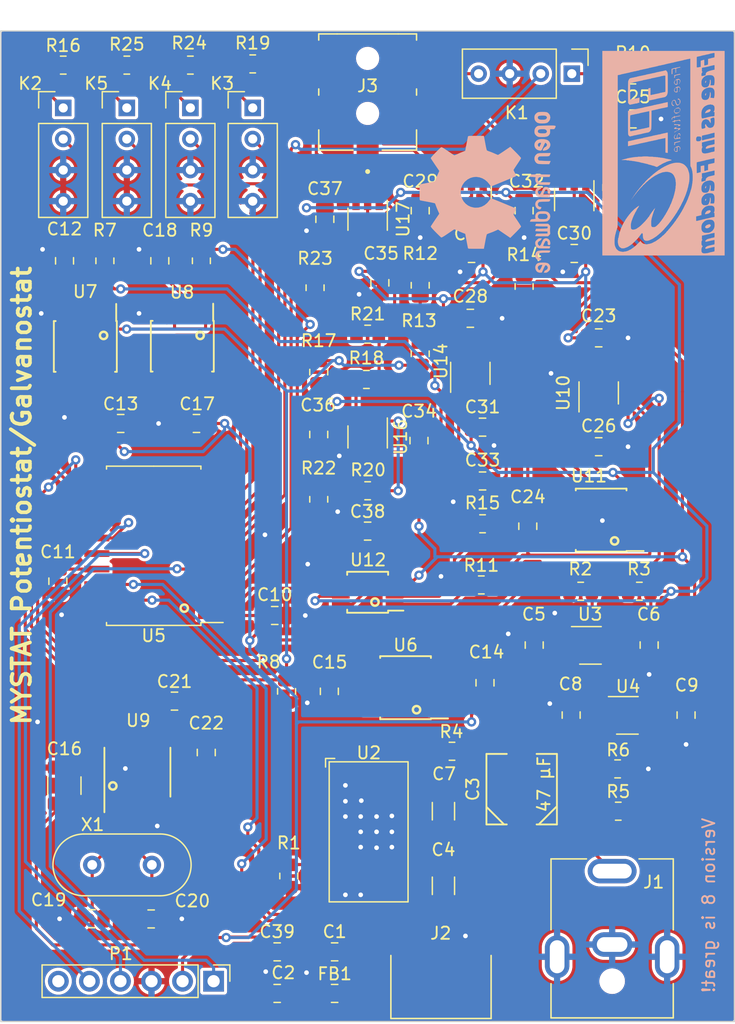
<source format=kicad_pcb>
(kicad_pcb (version 20221018) (generator pcbnew)
  (layers (0 "F.Cu" mixed) (1 "In1.Cu" mixed) (2 "In2.Cu" power) (31 "B.Cu" power) (34 "B.Paste" user) (35 "F.Paste" user) (36 "B.SilkS" user "B.Silkscreen") (37 "F.SilkS" user "F.Silkscreen") (38 "B.Mask" user) (39 "F.Mask" user) (44 "Edge.Cuts" user))
  (net 0 "")
  (net 1 "+15V")
  (net 2 "GND")
  (net 3 "-15V")
  (net 4 "-13.4V")
  (net 5 "+13.4V")
  (net 6 "+5V")
  (net 7 "Net-(C11-Pad1)")
  (net 8 "Net-(C12-Pad1)")
  (net 9 "Vref")
  (net 10 "Net-(C18-Pad1)")
  (net 11 "Net-(C19-Pad1)")
  (net 12 "Net-(C20-Pad1)")
  (net 13 "Net-(C21-Pad1)")
  (net 14 "DAC_out")
  (net 15 "Net-(C22-Pad1)")
  (net 16 "Net-(C24-Pad1)")
  (net 17 "Net-(C24-Pad2)")
  (net 18 "Net-(C25-Pad1)")
  (net 19 "V_MEAS")
  (net 20 "Net-(C33-Pad1)")
  (net 21 "I_MEAS")
  (net 22 "Net-(C38-Pad1)")
  (net 23 "Net-(J2-Pad2)")
  (net 24 "Net-(J2-Pad3)")
  (net 25 "CELL_ON")
  (net 26 "WE")
  (net 27 "RANGE4")
  (net 28 "RANGE3")
  (net 29 "RANGE2")
  (net 30 "RANGE1")
  (net 31 "Net-(P1-Pad1)")
  (net 32 "Net-(P1-Pad4)")
  (net 33 "Net-(P1-Pad5)")
  (net 34 "RE")
  (net 35 "CE")
  (net 36 "SE")
  (net 37 "Net-(R1-Pad1)")
  (net 38 "Net-(R2-Pad2)")
  (net 39 "Net-(R4-Pad1)")
  (net 40 "Net-(R5-Pad2)")
  (net 41 "Net-(R11-Pad2)")
  (net 42 "Net-(R12-Pad2)")
  (net 43 "Net-(R12-Pad1)")
  (net 44 "Net-(R14-Pad2)")
  (net 45 "Net-(R17-Pad2)")
  (net 46 "Net-(R18-Pad1)")
  (net 47 "Net-(R21-Pad1)")
  (net 48 "MODE_SW")
  (net 49 "SDIO2")
  (net 50 "CS2")
  (net 51 "CS1")
  (net 52 "SCK")
  (net 53 "SDIO")
  (net 54 "Net-(U10-Pad1)")
  (net 55 "Net-(K5-Pad1)")
  (net 56 "Net-(K4-Pad1)")
  (net 57 "Net-(K2-Pad1)")
  (net 58 "Net-(K3-Pad1)")
  (net 59 "Net-(C1-Pad2)")
  (footprint "Capacitor_SMD:C_0805_2012Metric" (layer "F.Cu") (at 96.647593 105.940368 -90)
    (fp_text reference "C8")
    (fp_text value "4.7 µF")
  )
  (footprint "Capacitor_SMD:C_0805_2012Metric" (layer "F.Cu") (at 106.047593 105.940368 90)
    (fp_text reference "C9")
    (fp_text value "4.7 µF")
  )
  (footprint "Capacitor_SMD:C_0805_2012Metric" (layer "F.Cu") (at 54.6608 94.996 -90)
    (fp_text reference "C11")
    (fp_text value "0.1 µF")
  )
  (footprint "Capacitor_SMD:C_0805_2012Metric" (layer "F.Cu") (at 55.207733 68.80044 90)
    (fp_text reference "C12")
    (fp_text value "0.1 µF")
  )
  (footprint "Capacitor_SMD:C_0805_2012Metric" (layer "F.Cu") (at 59.8 82.1)
    (fp_text reference "C13")
    (fp_text value "0.1 µF")
  )
  (footprint "Capacitor_SMD:C_0805_2012Metric" (layer "F.Cu") (at 89.6 103.3 90)
    (fp_text reference "C14")
    (fp_text value "0.1 µF")
  )
  (footprint "Capacitor_SMD:C_0805_2012Metric" (layer "F.Cu") (at 76.867972 104 -90)
    (fp_text reference "C15")
    (fp_text value "0.1 µF")
  )
  (footprint "Capacitor_SMD:C_1210_3225Metric" (layer "F.Cu") (at 55.191708 111.709399 90)
    (fp_text reference "C16")
    (fp_text value "10 µF")
  )
  (footprint "Capacitor_SMD:C_0805_2012Metric" (layer "F.Cu") (at 66 82.1 180)
    (fp_text reference "C17")
    (fp_text value "0.1 µF")
  )
  (footprint "Capacitor_SMD:C_0805_2012Metric" (layer "F.Cu") (at 63 68.8 90)
    (fp_text reference "C18")
    (fp_text value "0.1 µF")
  )
  (footprint "Capacitor_SMD:C_0805_2012Metric" (layer "F.Cu") (at 64.2 104.8 180)
    (fp_text reference "C21")
    (fp_text value "3.3 nF")
  )
  (footprint "Capacitor_SMD:C_0805_2012Metric" (layer "F.Cu") (at 66.8 109 -90)
    (fp_text reference "C22")
    (fp_text value "10 nF")
  )
  (footprint "Capacitor_SMD:C_0805_2012Metric" (layer "F.Cu") (at 93.1 90.5 -90)
    (fp_text reference "C24")
    (fp_text value "4700 pF")
  )
  (footprint "Capacitor_SMD:C_0805_2012Metric" (layer "F.Cu") (at 98.9 84)
    (fp_text reference "C26")
    (fp_text value "0.1 µF")
  )
  (footprint "Capacitor_SMD:C_0805_2012Metric" (layer "F.Cu") (at 88.5 68.2)
    (fp_text reference "C27")
    (fp_text value "0.1 µF")
  )
  (footprint "Capacitor_SMD:C_0805_2012Metric" (layer "F.Cu") (at 88.4 73.5)
    (fp_text reference "C28")
    (fp_text value "0.1 µF")
  )
  (footprint "Capacitor_SMD:C_0805_2012Metric" (layer "F.Cu") (at 84.3 64.7 90)
    (fp_text reference "C29")
    (fp_text value "0.1 µF")
  )
  (footprint "Capacitor_SMD:C_0805_2012Metric" (layer "F.Cu") (at 96.9 68.2)
    (fp_text reference "C30")
    (fp_text value "0.1 µF")
  )
  (footprint "Capacitor_SMD:C_0805_2012Metric" (layer "F.Cu") (at 89.4 82.4)
    (fp_text reference "C31")
    (fp_text value "0.1 µF")
  )
  (footprint "Capacitor_SMD:C_0805_2012Metric" (layer "F.Cu") (at 92.8 64.7 90)
    (fp_text reference "C32")
    (fp_text value "0.1 µF")
  )
  (footprint "Capacitor_SMD:C_0805_2012Metric" (layer "F.Cu") (at 89.4 86.8 180)
    (fp_text reference "C33")
    (fp_text value "12 pF")
  )
  (footprint "Capacitor_SMD:C_0805_2012Metric" (layer "F.Cu") (at 84.2 83.5 90)
    (fp_text reference "C34")
    (fp_text value "0.1 µF")
  )
  (footprint "Capacitor_SMD:C_0805_2012Metric" (layer "F.Cu") (at 81 70.6 90)
    (fp_text reference "C35")
    (fp_text value "0.1 µF")
  )
  (footprint "Capacitor_SMD:C_0805_2012Metric" (layer "F.Cu") (at 76.5 65.4 -90)
    (fp_text reference "C37")
    (fp_text value "0.1 µF")
  )
  (footprint "Capacitor_SMD:C_0805_2012Metric" (layer "F.Cu") (at 80 90.9)
    (fp_text reference "C38")
    (fp_text value "12 pF")
  )
  (footprint "Resistor_SMD:R_0805_2012Metric" (layer "F.Cu") (at 100.5 113.8 180)
    (fp_text reference "R5")
    (fp_text value "294 kΩ*")
  )
  (footprint "Resistor_SMD:R_0805_2012Metric" (layer "F.Cu") (at 100.447593 110.340368)
    (fp_text reference "R6")
    (fp_text value "174 kΩ*")
  )
  (footprint "Resistor_SMD:R_0805_2012Metric" (layer "F.Cu") (at 58.507733 68.80044 90)
    (fp_text reference "R7")
    (fp_text value "1k")
  )
  (footprint "Resistor_SMD:R_0805_2012Metric" (layer "F.Cu") (at 73.367972 104 -90)
    (fp_text reference "R8")
    (fp_text value "10k")
  )
  (footprint "Resistor_SMD:R_0805_2012Metric" (layer "F.Cu") (at 66.4 68.8 -90)
    (fp_text reference "R9")
    (fp_text value "1k")
  )
  (footprint "Resistor_SMD:R_0805_2012Metric" (layer "F.Cu") (at 101.7 53.6)
    (fp_text reference "R10")
    (fp_text value "27R")
  )
  (footprint "Resistor_SMD:R_0805_2012Metric" (layer "F.Cu") (at 89.3 95.3 180)
    (fp_text reference "R11")
    (fp_text value "10k")
  )
  (footprint "Resistor_SMD:R_0805_2012Metric" (layer "F.Cu") (at 84.3 70.8 90)
    (fp_text reference "R12")
    (fp_text value "402k*")
  )
  (footprint "Resistor_SMD:R_0805_2012Metric" (layer "F.Cu") (at 84.3 76.4 -90)
    (fp_text reference "R13")
    (fp_text value "75k*")
  )
  (footprint "Resistor_SMD:R_0805_2012Metric" (layer "F.Cu") (at 92.8 70.9 90)
    (fp_text reference "R14")
    (fp_text value "402k*")
  )
  (footprint "Resistor_SMD:R_0805_2012Metric" (layer "F.Cu") (at 89.4 90.3)
    (fp_text reference "R15")
    (fp_text value "75k*")
  )
  (footprint "Resistor_SMD:R_0805_2012Metric" (layer "F.Cu") (at 55.1 52.8 180)
    (fp_text reference "R16")
    (fp_text value "100k*")
  )
  (footprint "Resistor_SMD:R_0805_2012Metric" (layer "F.Cu") (at 76 77.9 -90)
    (fp_text reference "R17")
    (fp_text value "75k*")
  )
  (footprint "Resistor_SMD:R_0805_2012Metric" (layer "F.Cu") (at 79.9 78.5 180)
    (fp_text reference "R18")
    (fp_text value "75k*")
  )
  (footprint "Resistor_SMD:R_0805_2012Metric" (layer "F.Cu") (at 70.6 52.7 180)
    (fp_text reference "R19")
    (fp_text value "1k*")
  )
  (footprint "Resistor_SMD:R_0805_2012Metric" (layer "F.Cu") (at 80 87.6)
    (fp_text reference "R20")
    (fp_text value "75k*")
  )
  (footprint "Resistor_SMD:R_0805_2012Metric" (layer "F.Cu") (at 76 88.3 -90)
    (fp_text reference "R22")
    (fp_text value "75k*")
  )
  (footprint "Resistor_SMD:R_0805_2012Metric" (layer "F.Cu") (at 75.7 71 90)
    (fp_text reference "R23")
    (fp_text value "2k*")
  )
  (footprint "Resistor_SMD:R_0805_2012Metric" (layer "F.Cu") (at 65.5 52.8 180)
    (fp_text reference "R24")
    (fp_text value "10R*")
  )
  (footprint "Resistor_SMD:R_0805_2012Metric" (layer "F.Cu") (at 60.3 52.8 180)
    (fp_text reference "R25")
    (fp_text value "1R*")
  )
  (footprint "Crystal:Crystal_HC49-U_Vertical" (layer "F.Cu") (at 57.47 118.19)
    (fp_text reference "X1")
    (fp_text value "2.5 MHz")
  )
  (footprint "Capacitor_SMD:C_0805_2012Metric" (layer "F.Cu") (at 62.291708 122.609399)
    (fp_text reference "C20")
    (fp_text value "12 pF")
  )
  (footprint "Capacitor_SMD:C_0805_2012Metric" (layer "F.Cu") (at 101.7 57.2)
    (fp_text reference "C25")
    (fp_text value "0.1 µF")
  )
  (footprint "Capacitor_SMD:C_0805_2012Metric" (layer "F.Cu") (at 98.9 75.1 180)
    (fp_text reference "C23")
    (fp_text value "0.1 µF")
  )
  (footprint "my_footprints:relay_9011-05-11" (layer "F.Cu") (at 55.1 56.3)
    (fp_text reference "K2")
    (fp_text value "9011-05-11")
  )
  (footprint "my_footprints:relay_9011-05-11" (layer "F.Cu") (at 96.7 53.5 -90)
    (fp_text reference "K1")
    (fp_text value "9011-05-11")
  )
  (footprint "my_footprints:relay_9011-05-11" (layer "F.Cu") (at 60.3 56.3)
    (fp_text reference "K5")
    (fp_text value "9011-05-11")
  )
  (footprint "my_footprints:relay_9011-05-11" (layer "F.Cu") (at 70.6 56.3)
    (fp_text reference "K3")
    (fp_text value "9011-05-11")
  )
  (footprint "my_footprints:relay_9011-05-11" (layer "F.Cu") (at 65.5 56.3)
    (fp_text reference "K4")
    (fp_text value "9011-05-11")
  )
  (footprint "Resistor_SMD:R_0805_2012Metric" (layer "F.Cu") (at 80 74.8)
    (fp_text reference "R21")
    (fp_text value "18k*")
  )
  (footprint "my_footprints:CUI_SJ1-42534-SMT" (layer "F.Cu") (at 80 54.5 -90)
    (fp_text reference "J3")
    (fp_text value "SJ1-42534-SMT" hide)
  )
  (footprint "my_footprints:CUI_PJ-063AH" (layer "F.Cu") (at 100 118.7 -90)
    (fp_text reference "J1")
    (fp_text value "PJ-063AH" hide)
  )
  (footprint "my_footprints:EEE-FT1V470AR" (layer "F.Cu") (at 92.6 112 90)
    (fp_text reference "C3")
    (fp_text value "47 μF")
  )
  (footprint "Connector_PinHeader_2.54mm:PinHeader_1x06_P2.54mm_Vertical" (layer "F.Cu") (at 67.4 127.7 -90)
    (fp_text reference "P1")
    (fp_text value "ICSP")
  )
  (footprint "Resistor_SMD:R_0805_2012Metric" (layer "F.Cu") (at 73.55 119.1 -90)
    (fp_text reference "R1")
    (fp_text value "60.4 kΩ")
  )
  (footprint "my_footprints:BGA-40_6.25x11.25mm_Layout5x8_P1.25mm" (layer "F.Cu") (at 80.080943 115.487404)
    (fp_text reference "U2")
    (fp_text value "LTM8045")
  )
  (footprint "Capacitor_SMD:C_1206_3216Metric" (layer "F.Cu") (at 86.2 119.9 90)
    (fp_text reference "C4")
    (fp_text value "4.7 μF")
  )
  (footprint "Capacitor_SMD:C_1206_3216Metric" (layer "F.Cu") (at 86.2 113.8 -90)
    (fp_text reference "C7")
    (fp_text value "4.7 μF")
  )
  (footprint "Capacitor_SMD:C_0805_2012Metric" (layer "F.Cu") (at 103.026497 100.216761 90)
    (fp_text reference "C6")
    (fp_text value "4.7 µF")
  )
  (footprint "Capacitor_SMD:C_0805_2012Metric" (layer "F.Cu") (at 93.626497 100.216761 -90)
    (fp_text reference "C5")
    (fp_text value "4.7 µF")
  )
  (footprint "Resistor_SMD:R_0805_2012Metric" (layer "F.Cu") (at 102.226497 95.816761)
    (fp_text reference "R3")
    (fp_text value "88.7 kΩ*")
  )
  (footprint "Resistor_SMD:R_0805_2012Metric" (layer "F.Cu") (at 97.426497 95.816761)
    (fp_text reference "R2")
    (fp_text value "8.87 kΩ*")
  )
  (footprint "Capacitor_SMD:C_0805_2012Metric" (layer "F.Cu") (at 77.3 128.7 180)
    (fp_text reference "FB1")
    (fp_text value "Ferrite_Bead")
  )
  (footprint "Capacitor_SMD:C_0805_2012Metric" (layer "F.Cu") (at 72.6 125.3)
    (fp_text reference "C39")
    (fp_text value "4.7 µF")
  )
  (footprint "Capacitor_SMD:C_0805_2012Metric" (layer "F.Cu") (at 72.6 128.7)
    (fp_text reference "C2")
    (fp_text value "0.1 µF")
  )
  (footprint "Capacitor_SMD:C_0805_2012Metric" (layer "F.Cu") (at 77.3 125.3)
    (fp_text reference "C1")
    (fp_text value "10 nF")
  )
  (footprint "my_footprints:SOIC-8" (layer "F.Cu") (at 64.839605 75.780739 -90)
    (fp_text reference "U8")
    (fp_text value "MCP3550-60")
  )
  (footprint "my_footprints:SOIC-8" (layer "F.Cu") (at 56.907733 75.80044 -90)
    (fp_text reference "U7")
    (fp_text value "MCP3550-60")
  )
  (footprint "my_footprints:SOIC-8" (layer "F.Cu") (at 83.1 103.7 180)
    (fp_text reference "U6")
    (fp_text value "ADR421")
  )
  (footprint "my_footprints:MSOP-8_3x3mm_P0.65mm" (layer "F.Cu") (at 80 95.9 180)
    (fp_text reference "U12")
    (fp_text value "ADG1419")
  )
  (footprint "my_footprints:DAC1220" (layer "F.Cu") (at 61.191708 110.609399 90)
    (fp_text reference "U9")
    (fp_text value "SSOP-16_3.9x4.9mm_P0.635mm")
  )
  (footprint "my_footprints:SOIC-8" (layer "F.Cu") (at 99.1 90 180)
    (fp_text reference "U11")
    (fp_text value "BUF634A")
  )
  (footprint "my_footprints:CONN_2173157-3" (layer "F.Cu") (at 86 126.1)
    (fp_text reference "J2")
    (fp_text value "2173157-3" hide)
  )
  (footprint "Capacitor_SMD:C_0805_2012Metric" (layer "F.Cu") (at 76 83 -90)
    (fp_text reference "C36")
    (fp_text value "0.1 µF")
  )
  (footprint "Capacitor_SMD:C_0805_2012Metric" (layer "F.Cu") (at 57.45 122.59 180)
    (fp_text reference "C19")
    (fp_text value "12 pF")
  )
  (footprint "Resistor_SMD:R_0805_2012Metric" (layer "F.Cu") (at 86.9 108.9)
    (fp_text reference "R4")
    (fp_text value "178 kΩ")
  )
  (footprint "Capacitor_SMD:C_0805_2012Metric" (layer "F.Cu") (at 72.4 97.8)
    (fp_text reference "C10")
    (fp_text value "0.1 µF")
  )
  (footprint "my_footprints:TSOT-23-5" (layer "F.Cu") (at 98.226497 100.216761)
    (fp_text reference "U3")
    (fp_text value "ADP7182AUJZ-R7")
  )
  (footprint "my_footprints:TSOT-23-5" (layer "F.Cu") (at 101.247593 105.940368)
    (fp_text reference "U4")
    (fp_text value "ADP7118AUJZ-5.0-R7")
  )
  (footprint "my_footprints:SOIC-20W" (layer "F.Cu") (at 62.5 92.1 180)
    (fp_text reference "U5")
    (fp_text value "PIC16F1459")
  )
  (footprint "my_footprints:OPA192" (layer "F.Cu") (at 98.9 79.6 90)
    (fp_text reference "U10")
    (fp_text value "OPA192")
  )
  (footprint "my_footprints:OPA192" (layer "F.Cu") (at 88.5 63.8 -90)
    (fp_text reference "U13")
    (fp_text value "OPA192")
  )
  (footprint "my_footprints:OPA192" (layer "F.Cu") (at 88.4 78 90)
    (fp_text reference "U14")
    (fp_text value "OPA192")
  )
  (footprint "my_footprints:OPA192" (layer "F.Cu") (at 96.9 63.8 -90)
    (fp_text reference "U15")
    (fp_text value "OPA192")
  )
  (footprint "my_footprints:OPA192" (layer "F.Cu") (at 80 83.2 -90)
    (fp_text reference "U16")
    (fp_text value "OPA192")
  )
  (footprint "my_footprints:OPA192" (layer "F.Cu") (at 80 65.4 -90)
    (fp_text reference "U17")
    (fp_text value "OPA192")
  )
  (footprint "my_footprints:GPLv3_2" (layer "B.Cu") (at 104.2 60 -90)
    (fp_text reference "REF**" hide)
    (fp_text value "LOGO" hide)
  )
  (footprint "Symbol:OSHW-Logo2_14.6x12mm_SilkScreen" (layer "B.Cu") (at 89.8 63.2 -90)
    (fp_text reference "REF**" hide)
    (fp_text value "OSHW-Logo2_14.6x12mm_SilkScreen" hide)
  )
  (gr_circle (center 59.1566 111.7346) (end 59.4566 111.7346) (stroke (width 0.2)) (fill none) (layer "F.SilkS"))
  (gr_circle (center 80.6 96.7) (end 80.9 96.7) (stroke (width 0.2)) (fill none) (layer "F.SilkS"))
  (gr_circle (center 65 97.2) (end 65.3 97.2) (stroke (width 0.2)) (fill none) (layer "F.SilkS"))
  (gr_circle (center 66.3 74.9) (end 66.6 74.9) (stroke (width 0.2)) (fill none) (layer "F.SilkS"))
  (gr_circle (center 84 105.5) (end 84.3 105.5) (stroke (width 0.2)) (fill none) (layer "F.SilkS"))
  (gr_circle (center 100.2 91.7) (end 100.5 91.7) (stroke (width 0.2)) (fill none) (layer "F.SilkS"))
  (gr_circle (center 58.4 74.9) (end 58.7 74.9) (stroke (width 0.2)) (fill none) (layer "F.SilkS"))
  (gr_line (start 50 131) (end 110 131) (stroke (width 0.1)) (layer "Edge.Cuts"))
  (gr_line (start 110 50) (end 110 131) (stroke (width 0.1)) (layer "Edge.Cuts"))
  (gr_line (start 50 50) (end 110 50) (stroke (width 0.1)) (layer "Edge.Cuts"))
  (gr_line (start 50 50) (end 50 131) (stroke (width 0.1)) (layer "Edge.Cuts"))
  (gr_text "Version 8 is great!" (at 107.9 121.5 90) (layer "B.SilkS") (effects (font (size 1 1)) (justify mirror)))
  (gr_text "MYSTAT Potentiostat/Galvanostat" (at 51.7 88 90) (layer "F.SilkS") (effects (font (size 1.5 1.5) (thickness 0.3))))
  (segment (start 81.350943 119.932404) (end 81.350943 118.662404) (width 0.254) (layer "F.Cu") (net 1))
  (segment (start 82.620943 119.932404) (end 81.350943 119.932404) (width 0.254) (layer "F.Cu") (net 1))
  (segment (start 82.620943 118.662404) (end 82.620943 119.932404) (width 0.254) (layer "F.Cu") (net 1))
  (segment (start 81.350943 118.662404) (end 82.620943 118.662404) (width 0.254) (layer "F.Cu") (net 1))
  (segment (start 80.080943 118.662404) (end 81.350943 118.662404) (width 0.254) (layer "F.Cu") (net 1))
  (segment (start 100.836995 104.990368) (end 101.055594 105.208967) (width 0.254) (layer "F.Cu") (net 1))
  (segment (start 99.937593 104.990368) (end 100.836995 104.990368) (width 0.254) (layer "F.Cu") (net 1))
  (segment (start 92.6 114.9) (end 92.6 114.5019) (width 0.254) (layer "F.Cu") (net 1))
  (segment (start 95.8019 114.5019) (end 92.6 114.5019) (width 0.254) (layer "F.Cu") (net 1))
  (segment (start 86.2 121.3) (end 92.6 114.9) (width 0.254) (layer "F.Cu") (net 1))
  (segment (start 96.647593 106.877868) (end 99.925093 106.877868) (width 0.254) (layer "F.Cu") (net 1))
  (segment (start 83.732404 119.932404) (end 82.620943 119.932404) (width 0.254) (layer "F.Cu") (net 1))
  (segment (start 101.055594 105.208967) (end 101.055593 106.890368) (width 0.254) (layer "F.Cu") (net 1))
  (segment (start 100 118.7) (end 95.8019 114.5019) (width 0.254) (layer "F.Cu") (net 1))
  (segment (start 85.1 121.3) (end 83.732404 119.932404) (width 0.254) (layer "F.Cu") (net 1))
  (segment (start 96.647593 111.851307) (end 93.997 114.5019) (width 0.254) (layer "F.Cu") (net 1))
  (segment (start 99.925093 106.877868) (end 99.937593 106.890368) (width 0.254) (layer "F.Cu") (net 1))
  (segment (start 86.2 121.3) (end 85.1 121.3) (width 0.254) (layer "F.Cu") (net 1))
  (segment (start 93.997 114.5019) (end 92.6 114.5019) (width 0.254) (layer "F.Cu") (net 1))
  (segment (start 101.055593 106.890368) (end 99.937593 106.890368) (width 0.254) (layer "F.Cu") (net 1))
  (segment (start 96.647593 106.877868) (end 96.647593 111.851307) (width 0.254) (layer "F.Cu") (net 1))
  (segment (start 53.407733 67.86294) (end 53.345233 67.86294) (width 0.254) (layer "F.Cu") (net 2))
  (segment (start 62.9 82.1) (end 65.0625 82.1) (width 0.254) (layer "F.Cu") (net 2))
  (segment (start 77.581039 120.0375) (end 78.180943 120.637404) (width 0.254) (layer "F.Cu") (net 2))
  (segment (start 79.386528 120.507989) (end 78.810943 119.932404) (width 0.254) (layer "F.Cu") (net 2))
  (segment (start 80.080943 112.312404) (end 78.810943 111.042404) (width 0.254) (layer "F.Cu") (net 2))
  (segment (start 81.350943 113.582404) (end 82.620943 113.582404) (width 0.254) (layer "F.Cu") (net 2))
  (segment (start 80.080943 112.312404) (end 81.350943 113.582404) (width 0.254) (layer "F.Cu") (net 2))
  (segment (start 73.55 120.0375) (end 77.581039 120.0375) (width 0.254) (layer "F.Cu") (net 2))
  (segment (start 96.488997 95.816761) (end 96.488997 96.416761) (width 0.254) (layer "F.Cu") (net 2))
  (segment (start 96.488997 96.416761) (end 95.305758 97.6) (width 0.254) (layer "F.Cu") (net 2))
  (segment (start 96.916497 99.266761) (end 93.638997 99.266761) (width 0.254) (layer "F.Cu") (net 2))
  (segment (start 93.638997 99.266761) (end 93.626497 99.279261) (width 0.254) (layer "F.Cu") (net 2))
  (segment (start 71.6625 126.9175) (end 71.6625 128.7) (width 0.254) (layer "F.Cu") (net 2))
  (segment (start 75.0625 104.9375) (end 73.367972 104.9375) (width 0.254) (layer "F.Cu") (net 2))
  (segment (start 102.959632 110.340368) (end 101.385093 110.340368) (width 0.254) (layer "F.Cu") (net 2))
  (segment (start 60.874208 109.615792) (end 60.874208 108.009399) (width 0.254) (layer "F.Cu") (net 2))
  (segment (start 76.867972 104.9375) (end 75.0625 104.9375) (width 0.254) (layer "F.Cu") (net 2))
  (segment (start 85.8 101.795) (end 87.495 101.795) (width 0.254) (layer "F.Cu") (net 2))
  (segment (start 87.3 124.7) (end 88 124) (width 0.254) (layer "F.Cu") (net 2))
  (segment (start 98.425 105.545775) (end 98.819593 105.940368) (width 0.254) (layer "F.Cu") (net 2))
  (segment (start 81 71.5375) (end 79.3 71.5375) (width 0.254) (layer "F.Cu") (net 2))
  (segment (start 98.144868 105.002868) (end 98.425 105.283) (width 0.254) (layer "F.Cu") (net 2))
  (segment (start 102.6375 57.2) (end 104 57.2) (width 0.254) (layer "F.Cu") (net 2))
  (segment (start 89.6 102.3625) (end 89.6 101.2) (width 0.254) (layer "F.Cu") (net 2))
  (segment (start 63.826107 122.6) (end 64.8 122.6) (width 0.254) (layer "F.Cu") (net 2))
  (segment (start 55.207733 67.86294) (end 53.407733 67.86294) (width 0.254) (layer "F.Cu") (net 2))
  (segment (start 77.4775 89.2375) (end 77.55 89.31) (width 0.254) (layer "F.Cu") (net 2))
  (segment (start 54.6608 95.9335) (end 54.6608 97.4344) (width 0.254) (layer "F.Cu") (net 2))
  (segment (start 63.229208 122.609399) (end 63.816708 122.609399) (width 0.254) (layer "F.Cu") (net 2))
  (segment (start 71.6625 125.3) (end 71.6625 126.9175) (width 0.254) (layer "F.Cu") (net 2))
  (segment (start 61.001209 114.1904) (end 61.972709 114.1904) (width 0.254) (layer "F.Cu") (net 2))
  (segment (start 82.2 95.575) (end 85.025 95.575) (width 0.254) (layer "F.Cu") (net 2))
  (segment (start 86.2 115.2) (end 84.238539 115.2) (width 0.254) (layer "F.Cu") (net 2))
  (segment (start 54.6608 97.4344) (end 54.9656 97.7392) (width 0.254) (layer "F.Cu") (net 2))
  (segment (start 55.002733 73.10044) (end 54.194733 73.10044) (width 0.254) (layer "F.Cu") (net 2))
  (segment (start 55.191708 110.309399) (end 60.180601 110.309399) (width 0.254) (layer "F.Cu") (net 2))
  (segment (start 63.816708 122.609399) (end 63.826107 122.6) (width 0.254) (layer "F.Cu") (net 2))
  (segment (start 89.3375 73.5) (end 91 73.5) (width 0.254) (layer "F.Cu") (net 2))
  (segment (start 76.3625 125.3) (end 76.3625 126.9625) (width 0.254) (layer "F.Cu") (net 2))
  (segment (start 93.626497 99.279261) (end 92.826497 99.279261) (width 0.254) (layer "F.Cu") (net 2))
  (segment (start 63 67.8625) (end 61.3 67.8625) (width 0.254) (layer "F.Cu") (net 2))
  (segment (start 106.047593 106.877868) (end 106.047593 108.340368) (width 0.254) (layer "F.Cu") (net 2))
  (segment (start 89.6 102.3625) (end 88.0625 102.3625) (width 0.254) (layer "F.Cu") (net 2))
  (segment (start 76.325 127) (end 75 127) (width 0.254) (layer "F.Cu") (net 2))
  (segment (start 92.8 65.6375) (end 92.8 66.9) (width 0.254) (layer "F.Cu") (net 2))
  (segment (start 54.194293 73.1) (end 53.3 73.1) (width 0.254) (layer "F.Cu") (net 2))
  (segment (start 89.6 101.2) (end 91.5 99.3) (width 0.254) (layer "F.Cu") (net 2))
  (segment (start 60.874208 113.209399) (end 60.874208 114.063399) (width 0.254) (layer "F.Cu") (net 2))
  (segment (start 84.3 65.6375) (end 84.3 66.9) (width 0.254) (layer "F.Cu") (net 2))
  (segment (start 96.647593 105.002868) (end 98.144868 105.002868) (width 0.254) (layer "F.Cu") (net 2))
  (segment (start 93.626497 99.279261) (end 93.626497 97.635503) (width 0.254) (layer "F.Cu") (net 2))
  (segment (start 57.85 97.815) (end 55.0414 97.815) (width 0.254) (layer "F.Cu") (net 2))
  (segment (start 62.934605 73.080739) (end 61.319261 73.080739) (width 0.254) (layer "F.Cu") (net 2))
  (segment (start 62.6 115.009399) (end 62.791708 115.009399) (width 0.254) (layer "F.Cu") (net 2))
  (segment (start 56.5125 122.59) (end 54.81 122.59) (width 0.254) (layer "F.Cu") (net 2))
  (segment (start 98.819593 105.940368) (end 99.937593 105.940368) (width 0.254) (layer "F.Cu") (net 2))
  (segment (start 76.3625 126.9625) (end 76.325 127) (width 0.254) (layer "F.Cu") (net 2))
  (segment (start 92.826497 99.279261) (end 92.805758 99.3) (width 0.254) (layer "F.Cu") (net 2))
  (segment (start 73.3375 97.8) (end 74.9 97.8) (width 0.254) (layer "F.Cu") (net 2))
  (segment (start 54.81 122.59) (end 54.8 122.6) (width 0.254) (layer "F.Cu") (net 2))
  (segment (start 60.180601 110.309399) (end 60.874208 109.615792) (width 0.254) (layer "F.Cu") (net 2))
  (segment (start 92.6 107.302868) (end 94.9 105.002868) (width 0.254) (layer "F.Cu") (net 2))
  (segment (start 76.5 66.35) (end 75.7 67.15) (width 0.254) (layer "F.Cu") (net 2))
  (segment (start 92.805758 99.3) (end 91.5 99.3) (width 0.254) (layer "F.Cu") (net 2))
  (segment (start 75.7 67.15) (end 75.7 70.0875) (width 0.254) (layer "F.Cu") (net 2))
  (segment (start 96.647593 105.002868) (end 94.9 105.002868) (width 0.254) (layer "F.Cu") (net 2))
  (segment (start 93.662 97.6) (end 95.305758 97.6) (width 0.254) (layer "F.Cu") (net 2))
  (segment (start 84.238539 115.2) (end 82.620943 113.582404) (width 0.254) (layer "F.Cu") (net 2))
  (segment (start 99.8375 84) (end 101.3 84) (width 0.254) (layer "F.Cu") (net 2))
  (segment (start 54.194733 73.10044) (end 54.194293 73.1) (width 0.254) (layer "F.Cu") (net 2))
  (segment (start 103.026497 101.154261) (end 103.026497 102.616761) (width 0.254) (layer "F.Cu") (net 2))
  (segment (start 55.0414 97.815) (end 54.9656 97.7392) (width 0.254) (layer "F.Cu") (net 2))
  (segment (start 95.9625 68.2) (end 95.9625 69.7) (width 0.254) (layer "F.Cu") (net 2))
  (segment (start 75.0125 66.35) (end 75 66.3375) (width 0.254) (layer "F.Cu") (net 2))
  (segment (start 98.425 105.283) (end 98.425 105.545775) (width 0.254) (layer "F.Cu") (net 2))
  (segment (start 88.0625 102.3625) (end 87.495 101.795) (width 0.254) (layer "F.Cu") (net 2))
  (segment (start 92.6 109.4981) (end 92.6 107.302868) (width 0.254) (layer "F.Cu") (net 2))
  (segment (start 87.3 126.1) (end 87.3 124.7) (width 0.254) (layer "F.Cu") (net 2))
  (segment (start 76.5 66.35) (end 75.0125 66.35) (width 0.254) (layer "F.Cu") (net 2))
  (segment (start 61.319261 73.080739) (end 61.3 73.1) (width 0.254) (layer "F.Cu") (net 2))
  (segment (start 87.5625 68.2) (end 87.5625 69.7) (width 0.254) (layer "F.Cu") (net 2))
  (segment (start 60.7375 82.1) (end 62.9 82.1) (width 0.254) (layer "F.Cu") (net 2))
  (segment (start 61.972709 114.1904) (end 62.791708 115.009399) (width 0.254) (layer "F.Cu") (net 2))
  (segment (start 90.3375 82.4) (end 90.3375 83.9) (width 0.254) (layer "F.Cu") (net 2))
  (segment (start 93.626497 97.635503) (end 93.662 97.6) (width 0.254) (layer "F.Cu") (net 2))
  (segment (start 99.8375 75.1) (end 101.3 75.1) (width 0.254) (layer "F.Cu") (net 2))
  (segment (start 85.025 95.575) (end 86 94.6) (width 0.254) (layer "F.Cu") (net 2))
  (segment (start 60.874208 114.063399) (end 61.001209 114.1904) (width 0.254) (layer "F.Cu") (net 2))
  (via (at 79.430943 120.637404) (size 0.762) (drill 0.381) (layers "F.Cu" "B.Cu") (net 2))
  (via (at 78.180943 120.637404) (size 0.762) (drill 0.381) (layers "F.Cu" "B.Cu") (net 2))
  (via (at 79.430943 116.737404) (size 0.762) (drill 0.381) (layers "F.Cu" "B.Cu") (net 2))
  (via (at 80.730943 116.787404) (size 0.762) (drill 0.381) (layers "F.Cu" "B.Cu") (net 2))
  (via (at 81.980943 116.737404) (size 0.762) (drill 0.381) (layers "F.Cu" "B.Cu") (net 2))
  (via (at 81.980943 115.487404) (size 0.762) (drill 0.381) (layers "F.Cu" "B.Cu") (net 2))
  (via (at 80.730943 115.487404) (size 0.762) (drill 0.381) (layers "F.Cu" "B.Cu") (net 2))
  (via (at 79.430943 115.487404) (size 0.762) (drill 0.381) (layers "F.Cu" "B.Cu") (net 2))
  (via (at 78.180943 114.237404) (size 0.762) (drill 0.381) (layers "F.Cu" "B.Cu") (net 2))
  (via (at 79.430943 114.237404) (size 0.762) (drill 0.381) (layers "F.Cu" "B.Cu") (net 2))
  (via (at 81.980943 114.187404) (size 0.762) (drill 0.381) (layers "F.Cu" "B.Cu") (net 2))
  (via (at 80.730943 114.237404) (size 0.762) (drill 0.381) (layers "F.Cu" "B.Cu") (net 2))
  (via (at 79.480943 112.937404) (size 0.762) (drill 0.381) (layers "F.Cu" "B.Cu") (net 2))
  (via (at 78.180943 112.987404) (size 0.762) (drill 0.381) (layers "F.Cu" "B.Cu") (net 2))
  (via (at 78.180943 111.687404) (size 0.762) (drill 0.381) (layers "F.Cu" "B.Cu") (net 2))
  (via (at 95.305758 97.6) (size 0.762) (drill 0.381) (layers "F.Cu" "B.Cu") (net 2))
  (via (at 71.6625 126.9175) (size 0.762) (drill 0.381) (layers "F.Cu" "B.Cu") (net 2))
  (via (at 54.9656 97.7392) (size 0.762) (drill 0.381) (layers "F.Cu" "B.Cu") (net 2))
  (via (at 61.3 67.8625) (size 0.762) (drill 0.381) (layers "F.Cu" "B.Cu") (net 2))
  (via (at 86 94.6) (size 0.762) (drill 0.381) (layers "F.Cu" "B.Cu") (net 2))
  (via (at 54.8 122.6) (size 0.762) (drill 0.381) (layers "F.Cu" "B.Cu") (net 2))
  (via (at 88 124) (size 0.762) (drill 0.381) (layers "F.Cu" "B.Cu") (net 2))
  (via (at 87 88.5) (size 0.762) (drill 0.381) (layers "F.Cu" "B.Cu") (net 2))
  (via (at 74.9 97.8) (size 0.762) (drill 0.381) (layers "F.Cu" "B.Cu") (net 2))
  (via (at 94.9 105.002868) (size 0.762) (drill 0.381) (layers "F.Cu" "B.Cu") (net 2))
  (via (at 75 66.3375) (size 0.762) (drill 0.381) (layers "F.Cu" "B.Cu") (net 2))
  (via (at 75.0625 104.9375) (size 0.762) (drill 0.381) (layers "F.Cu" "B.Cu") (net 2))
  (via (at 84.3 66.9) (size 0.762) (drill 0.381) (layers "F.Cu" "B.Cu") (net 2))
  (via (at 79.3 71.5375) (size 0.762) (drill 0.381) (layers "F.Cu" "B.Cu") (net 2))
  (via (at 92.8 66.9) (size 0.762) (drill 0.381) (layers "F.Cu" "B.Cu") (net 2))
  (via (at 104 57.2) (size 0.762) (drill 0.381) (layers "F.Cu" "B.Cu") (net 2))
  (via (at 102.959632 110.340368) (size 0.762) (drill 0.381) (layers "F.Cu" "B.Cu") (net 2))
  (via (at 60.180601 110.309399) (size 0.762) (drill 0.381) (layers "F.Cu" "B.Cu") (net 2))
  (via (at 55.2 81.6) (size 0.762) (drill 0.381) (layers "F.Cu" "B.Cu") (net 2))
  (via (at 95.9625 69.7) (size 0.762) (drill 0.381) (layers "F.Cu" "B.Cu") (net 2))
  (via (at 71.6 91.2) (size 0.762) (drill 0.381) (layers "F.Cu" "B.Cu") (net 2))
  (via (at 75 127) (size 0.762) (drill 0.381) (layers "F.Cu" "B.Cu") (net 2))
  (via (at 87.5625 69.7) (size 0.762) (drill 0.381) (layers "F.Cu" "B.Cu") (net 2))
  (via (at 106.047593 108.340368) (size 0.762) (drill 0.381) (layers "F.Cu" "B.Cu") (net 2))
  (via (at 91 73.5) (size 0.762) (drill 0.381) (layers "F.Cu" "B.Cu") (net 2))
  (via (at 75.1 93.6) (size 0.762) (drill 0.381) (layers "F.Cu" "B.Cu") (net 2))
  (via (at 95 78) (size 0.762) (drill 0.381) (layers "F.Cu" "B.Cu") (net 2))
  (via (at 91.5 99.3) (size 0.762) (drill 0.381) (layers "F.Cu" "B.Cu") (net 2))
  (via (at 90.3375 83.9) (size 0.762) (drill 0.381) (layers "F.Cu" "B.Cu") (net 2))
  (via (at 77.55 89.31) (size 0.762) (drill 0.381) (layers "F.Cu" "B.Cu") (net 2))
  (via (at 64.8 122.6) (size 0.762) (drill 0.381) (layers "F.Cu" "B.Cu") (net 2))
  (via (at 99.2 90.04) (size 0.762) (drill 0.381) (layers "F.Cu" "B.Cu") (net 2))
  (via (at 77.68 84.75) (size 0.762) (drill 0.381) (layers "F.Cu" "B.Cu") (net 2))
  (via (at 53.407733 67.86294) (size 0.762) (drill 0.381) (layers "F.Cu" "B.Cu") (net 2))
  (via (at 101.3 75.1) (size 0.762) (drill 0.381) (layers "F.Cu" "B.Cu") (net 2))
  (via (at 62.791708 115.009399) (size 0.762) (drill 0.381) (layers "F.Cu" "B.Cu") (net 2))
  (via (at 103.026497 102.616761) (size 0.762) (drill 0.381) (layers "F.Cu" "B.Cu") (net 2))
  (via (at 53.3 73.1) (size 0.762) (drill 0.381) (layers "F.Cu" "B.Cu") (net 2))
  (via (at 62.9 82.1) (size 0.762) (drill 0.381) (layers "F.Cu" "B.Cu") (net 2))
  (via (at 101.3 84) (size 0.762) (drill 0.381) (layers "F.Cu" "B.Cu") (net 2))
  (via (at 61.3 73.1) (size 0.762) (drill 0.381) (layers "F.Cu" "B.Cu") (net 2))
  (via (at 53 106.5) (size 0.762) (drill 0.381) (layers "F.Cu" "B.Cu") (net 2))
  (segment (start 81.350943 112.312404) (end 81.350943 111.042404) (width 0.254) (layer "F.Cu") (net 3))
  (segment (start 82.620943 112.312404) (end 82.620943 111.042404) (width 0.254) (layer "F.Cu") (net 3))
  (segment (start 81.350943 111.042404) (end 82.620943 111.042404) (width 0.254) (layer "F.Cu") (net 3))
  (segment (start 81.350943 112.312404) (end 82.620943 112.312404) (width 0.254) (layer "F.Cu") (net 3))
  (segment (start 96.916497 101.166761) (end 96.916497 100.216761) (width 0.254) (layer "F.Cu") (net 3))
  (segment (start 93.626497 101.154261) (end 96.903997 101.154261) (width 0.254) (layer "F.Cu") (net 3))
  (segment (start 96.903997 101.154261) (end 96.916497 101.166761) (width 0.254) (layer "F.Cu") (net 3))
  (segment (start 88.425 108.9) (end 93.626497 103.698503) (width 0.254) (layer "F.Cu") (net 3))
  (segment (start 86.2 111.2) (end 86.357596 111.042404) (width 0.254) (layer "F.Cu") (net 3))
  (segment (start 86.357596 111.042404) (end 82.620943 111.042404) (width 0.254) (layer "F.Cu") (net 3))
  (segment (start 86.2 112.4) (end 86.2 111.2) (width 0.254) (layer "F.Cu") (net 3))
  (segment (start 87.8375 110.3625) (end 87.157596 111.042404) (width 0.254) (layer "F.Cu") (net 3))
  (segment (start 87.8375 108.9) (end 87.8375 110.3625) (width 0.254) (layer "F.Cu") (net 3))
  (segment (start 93.626497 103.698503) (end 93.626497 101.154261) (width 0.254) (layer "F.Cu") (net 3))
  (segment (start 87.157596 111.042404) (end 86.357596 111.042404) (width 0.254) (layer "F.Cu") (net 3))
  (segment (start 87.8375 108.9) (end 88.425 108.9) (width 0.254) (layer "F.Cu") (net 3))
  (segment (start 103.163997 95.816761) (end 103.163997 99.141761) (width 0.254) (layer "F.Cu") (net 4))
  (segment (start 103.026497 99.279261) (end 99.548997 99.279261) (width 0.254) (layer "F.Cu") (net 4))
  (segment (start 99.548997 99.279261) (end 99.536497 99.266761) (width 0.254) (layer "F.Cu") (net 4))
  (segment (start 103.163997 99.141761) (end 103.026497 99.279261) (width 0.254) (layer "F.Cu") (net 4))
  (segment (start 75.7 96.6) (end 76.075 96.225) (width 0.254) (layer "F.Cu") (net 4))
  (segment (start 91.8625 63.7625) (end 91.306263 63.206263) (width 0.254) (layer "F.Cu") (net 4))
  (segment (start 80 64.904) (end 79.873 65.031) (width 0.254) (layer "F.Cu") (net 4))
  (segment (start 80 64.1) (end 80 64.904) (width 0.254) (layer "F.Cu") (net 4))
  (segment (start 98.9 82.1) (end 98.9 80.7) (width 0.254) (layer "F.Cu") (net 4))
  (segment (start 88.4 79.1) (end 88.4 82.3375) (width 0.254) (layer "F.Cu") (net 4))
  (segment (start 97.9625 85.0625) (end 97.9625 84) (width 0.254) (layer "F.Cu") (net 4))
  (segment (start 77.081 65.031) (end 76.5 64.45) (width 0.254) (layer "F.Cu") (net 4))
  (segment (start 79.873 82.831) (end 80 82.704) (width 0.254) (layer "F.Cu") (net 4))
  (segment (start 76.075 96.225) (end 77.8 96.225) (width 0.254) (layer "F.Cu") (net 4))
  (segment (start 75 64.4625) (end 76.4875 64.4625) (width 0.254) (layer "F.Cu") (net 4))
  (segment (start 76 81.8) (end 77.5 80.3) (width 0.254) (layer "F.Cu") (net 4))
  (segment (start 96.899999 63.738001) (end 96.8755 63.7625) (width 0.254) (layer "F.Cu") (net 4))
  (segment (start 101.8 87.8375) (end 100.0625 86.1) (width 0.254) (layer "F.Cu") (net 4))
  (segment (start 101.8 88.095) (end 101.8 87.8375) (width 0.254) (layer "F.Cu") (net 4))
  (segment (start 80 82.704) (end 80 81.9) (width 0.254) (layer "F.Cu") (net 4))
  (segment (start 76.781 82.831) (end 79.873 82.831) (width 0.254) (layer "F.Cu") (net 4))
  (segment (start 88.4625 82.4) (end 88.4625 83.9) (width 0.254) (layer "F.Cu") (net 4))
  (segment (start 88.256902 63.7625) (end 84.3 63.7625) (width 0.254) (layer "F.Cu") (net 4))
  (segment (start 88.5 62.7) (end 88.5 63.519402) (width 0.254) (layer "F.Cu") (net 4))
  (segment (start 97.9625 84) (end 97.9625 83.0375) (width 0.254) (layer "F.Cu") (net 4))
  (segment (start 79.873 65.031) (end 77.081 65.031) (width 0.254) (layer "F.Cu") (net 4))
  (segment (start 88.4 82.3375) (end 88.4625 82.4) (width 0.254) (layer "F.Cu") (net 4))
  (segment (start 96.8755 63.7625) (end 92.8 63.7625) (width 0.254) (layer "F.Cu") (net 4))
  (segment (start 88.5 63.519402) (end 88.256902 63.7625) (width 0.254) (layer "F.Cu") (net 4))
  (segment (start 76.4875 64.4625) (end 76.5 64.45) (width 0.254) (layer "F.Cu") (net 4))
  (segment (start 76 82.05) (end 76 81.8) (width 0.254) (layer "F.Cu") (net 4))
  (segment (start 100.0625 86.1) (end 99 86.1) (width 0.254) (layer "F.Cu") (net 4))
  (segment (start 99 86.1) (end 97.9625 85.0625) (width 0.254) (layer "F.Cu") (net 4))
  (segment (start 97.9625 83.0375) (end 98.9 82.1) (width 0.254) (layer "F.Cu") (net 4))
  (segment (start 83.743763 63.206263) (end 82.7 63.206263) (width 0.254) (layer "F.Cu") (net 4))
  (segment (start 76 82.05) (end 76.781 82.831) (width 0.254) (layer "F.Cu") (net 4))
  (segment (start 96.9 62.7) (end 96.899999 63.738001) (width 0.254) (layer "F.Cu") (net 4))
  (segment (start 103.163997 95.816761) (end 104.816761 95.816761) (width 0.254) (layer "F.Cu") (net 4))
  (segment (start 92.8 63.7625) (end 91.8625 63.7625) (width 0.254) (layer "F.Cu") (net 4))
  (segment (start 84.3 63.7625) (end 83.743763 63.206263) (width 0.254) (layer "F.Cu") (net 4))
  (via (at 75.7 96.6) (size 0.762) (drill 0.381) (layers "F.Cu" "B.Cu") (net 4))
  (via (at 88.4625 83.9) (size 0.762) (drill 0.381) (layers "F.Cu" "B.Cu") (net 4))
  (via (at 100.0625 86.1) (size 0.762) (drill 0.381) (layers "F.Cu" "B.Cu") (net 4))
  (via (at 82.7 63.206263) (size 0.762) (drill 0.381) (layers "F.Cu" "B.Cu") (net 4))
  (via (at 77.5 80.3) (size 0.762) (drill 0.381) (layers "F.Cu" "B.Cu") (net 4))
  (via (at 91.306263 63.206263) (size 0.762) (drill 0.381) (layers "F.Cu" "B.Cu") (net 4))
  (via (at 75 64.4625) (size 0.762) (drill 0.381) (layers "F.Cu" "B.Cu") (net 4))
  (via (at 104.816761 95.816761) (size 0.762) (drill 0.381) (layers "F.Cu" "B.Cu") (net 4))
  (segment (start 104.033522 96.6) (end 104.816761 95.816761) (width 0.254) (layer "B.Cu") (net 4))
  (segment (start 90.6625 86.1) (end 100.0625 86.1) (width 0.254) (layer "B.Cu") (net 4))
  (segment (start 75 64.4625) (end 81.443763 64.4625) (width 0.254) (layer "B.Cu") (net 4))
  (segment (start 107.75 90.482956) (end 103.367044 86.1) (width 0.254) (layer "B.Cu") (net 4))
  (segment (start 84.8625 80.3) (end 85.43125 80.86875) (width 0.254) (layer "B.Cu") (net 4))
  (segment (start 97.956263 63.206263) (end 91.306263 63.206263) (width 0.254) (layer "B.Cu") (net 4))
  (segment (start 75.7 96.6) (end 104.033522 96.6) (width 0.254) (layer "B.Cu") (net 4))
  (segment (start 103.367044 86.1) (end 103.367044 84.132956) (width 0.254) (layer "B.Cu") (net 4))
  (segment (start 105.5 70.75) (end 97.956263 63.206263) (width 0.254) (layer "B.Cu") (net 4))
  (segment (start 104.816761 95.816761) (end 106.683239 95.816761) (width 0.254) (layer "B.Cu") (net 4))
  (segment (start 105.5 82) (end 105.5 70.75) (width 0.254) (layer "B.Cu") (net 4))
  (segment (start 100.0625 86.1) (end 103.367044 86.1) (width 0.254) (layer "B.Cu") (net 4))
  (segment (start 107.75 94.75) (end 107.75 90.482956) (width 0.254) (layer "B.Cu") (net 4))
  (segment (start 106.683239 95.816761) (end 107.75 94.75) (width 0.254) (layer "B.Cu") (net 4))
  (segment (start 85.43125 80.86875) (end 88.4625 83.9) (width 0.254) (layer "B.Cu") (net 4))
  (segment (start 88.4625 83.9) (end 90.6625 86.1) (width 0.254) (layer "B.Cu") (net 4))
  (segment (start 81.443763 64.4625) (end 82.7 63.206263) (width 0.254) (layer "B.Cu") (net 4))
  (segment (start 77.5 80.3) (end 84.8625 80.3) (width 0.254) (layer "B.Cu") (net 4))
  (segment (start 103.367044 84.132956) (end 105.5 82) (width 0.254) (layer "B.Cu") (net 4))
  (segment (start 82.7 63.206263) (end 91.306263 63.206263) (width 0.254) (layer "B.Cu") (net 4))
  (segment (start 84.2 90.5) (end 84.2 84.4375) (width 0.254) (layer "F.Cu") (net 5))
  (segment (start 106.75 98.845186) (end 106.047593 99.547593) (width 0.254) (layer "F.Cu") (net 5))
  (segment (start 105.75 93) (end 105.75 79.5) (width 0.254) (layer "F.Cu") (net 5))
  (segment (start 86.875 73.5) (end 86.2 72.825) (width 0.254) (layer "F.Cu") (net 5))
  (segment (start 106.75 94) (end 105.75 93) (width 0.254) (layer "F.Cu") (net 5))
  (segment (start 80.95 69.6125) (end 81 69.6625) (width 0.254) (layer "F.Cu") (net 5))
  (segment (start 82.2 94.925) (end 83.775 94.925) (width 0.254) (layer "F.Cu") (net 5))
  (segment (start 86.2 72.825) (end 86.2 71.9) (width 0.254) (layer "F.Cu") (net 5))
  (segment (start 97.9625 74.0375) (end 98.25 73.75) (width 0.254) (layer "F.Cu") (net 5))
  (segment (start 89.45 64.9) (end 89.45 68.1875) (width 0.254) (layer "F.Cu") (net 5))
  (segment (start 105.75 77) (end 105.75 79.5) (width 0.254) (layer "F.Cu") (net 5))
  (segment (start 95.410999 85.188643) (end 95.410999 80.206001) (width 0.254) (layer "F.Cu") (net 5))
  (segment (start 97.556 90.021) (end 97.556 87.333644) (width 0.254) (layer "F.Cu") (net 5))
  (segment (start 102.557593 104.990368) (end 102.557593 105.040966) (width 0.254) (layer "F.Cu") (net 5))
  (segment (start 89.45 68.1875) (end 89.4375 68.2) (width 0.254) (layer "F.Cu") (net 5))
  (segment (start 87.45 73.5125) (end 87.4625 73.5) (width 0.254) (layer "F.Cu") (net 5))
  (segment (start 95.410999 80.206001) (end 97.117 78.5) (width 0.254) (layer "F.Cu") (net 5))
  (segment (start 87.4625 73.5) (end 86.875 73.5) (width 0.254) (layer "F.Cu") (net 5))
  (segment (start 97.8375 68.2) (end 97.8375 69.7) (width 0.254) (layer "F.Cu") (net 5))
  (segment (start 84.2 84.4375) (end 81.0125 84.4375) (width 0.254) (layer "F.Cu") (net 5))
  (segment (start 97.9625 75.1) (end 96.4 75.1) (width 0.254) (layer "F.Cu") (net 5))
  (segment (start 106.75 94) (end 106.75 98.845186) (width 0.254) (layer "F.Cu") (net 5))
  (segment (start 97.117 78.5) (end 97.95 78.5) (width 0.254) (layer "F.Cu") (net 5))
  (segment (start 89.4375 68.2) (end 89.4375 69.7) (width 0.254) (layer "F.Cu") (net 5))
  (segment (start 97.95 78.5) (end 97.9625 78.4875) (width 0.254) (layer "F.Cu") (net 5))
  (segment (start 96.4 90.635) (end 96.942 90.635) (width 0.254) (layer "F.Cu") (net 5))
  (segment (start 96.942 90.635) (end 97.556 90.021) (width 0.254) (layer "F.Cu") (net 5))
  (segment (start 98.25 73.75) (end 102.5 73.75) (width 0.254) (layer "F.Cu") (net 5))
  (segment (start 102.557593 105.040966) (end 104.1 106.583373) (width 0.254) (layer "F.Cu") (net 5))
  (segment (start 97.85 64.9) (end 97.85 68.1875) (width 0.254) (layer "F.Cu") (net 5))
  (segment (start 97.9625 75.1) (end 97.9625 74.0375) (width 0.254) (layer "F.Cu") (net 5))
  (segment (start 87.45 76.9) (end 87.45 73.5125) (width 0.254) (layer "F.Cu") (net 5))
  (segment (start 106.035093 104.990368) (end 106.047593 105.002868) (width 0.254) (layer "F.Cu") (net 5))
  (segment (start 102.557593 104.990368) (end 106.035093 104.990368) (width 0.254) (layer "F.Cu") (net 5))
  (segment (start 83.775 94.925) (end 84.2 94.5) (width 0.254) (layer "F.Cu") (net 5))
  (segment (start 102.5 73.75) (end 105.75 77) (width 0.254) (layer "F.Cu") (net 5))
  (segment (start 97.9625 78.4875) (end 97.9625 75.1) (width 0.254) (layer "F.Cu") (net 5))
  (segment (start 106.047593 105.002868) (end 106.047593 99.547593) (width 0.254) (layer "F.Cu") (net 5))
  (segment (start 97.556 87.333644) (end 95.410999 85.188643) (width 0.254) (layer "F.Cu") (net 5))
  (segment (start 80.95 66.5) (end 80.95 69.6125) (width 0.254) (layer "F.Cu") (net 5))
  (segment (start 81.0125 84.4375) (end 80.95 84.5) (width 0.254) (layer "F.Cu") (net 5))
  (segment (start 104.1 111.1375) (end 101.4375 113.8) (width 0.254) (layer "F.Cu") (net 5))
  (segment (start 81 69.6625) (end 79.3 69.6625) (width 0.254) (layer "F.Cu") (net 5))
  (segment (start 97.85 68.1875) (end 97.8375 68.2) (width 0.254) (layer "F.Cu") (net 5))
  (segment (start 104.1 106.583373) (end 104.1 111.1375) (width 0.254) (layer "F.Cu") (net 5))
  (via (at 89.4375 69.7) (size 0.762) (drill 0.381) (layers "F.Cu" "B.Cu") (net 5))
  (via (at 84.2 90.5) (size 0.762) (drill 0.381) (layers "F.Cu" "B.Cu") (net 5))
  (via (at 96.4 75.1) (size 0.762) (drill 0.381) (layers "F.Cu" "B.Cu") (net 5))
  (via (at 97.8375 69.7) (size 0.762) (drill 0.381) (layers "F.Cu" "B.Cu") (net 5))
  (via (at 79.3 69.6625) (size 0.762) (drill 0.381) (layers "F.Cu" "B.Cu") (net 5))
  (via (at 86.2 71.9) (size 0.762) (drill 0.381) (layers "F.Cu" "B.Cu") (net 5))
  (via (at 105.75 93) (size 0.762) (drill 0.381) (layers "F.Cu" "B.Cu") (net 5))
  (via (at 84.2 94.5) (size 0.762) (drill 0.381) (layers "F.Cu" "B.Cu") (net 5))
  (segment (start 85.5 92.338815) (end 85.5 93) (width 0.254) (layer "B.Cu") (net 5))
  (segment (start 87.2375 71.9) (end 89.4375 69.7) (width 0.254) (layer "B.Cu") (net 5))
  (segment (start 85.7 93) (end 84.2 94.5) (width 0.254) (layer "B.Cu") (net 5))
  (segment (start 97.8375 69.7) (end 97.8375 73.6625) (width 0.254) (layer "B.Cu") (net 5))
  (segment (start 90.326501 70.589001) (end 96.948499 70.589001) (width 0.254) (layer "B.Cu") (net 5))
  (segment (start 79.3 69.6625) (end 81.5375 71.9) (width 0.254) (layer "B.Cu") (net 5))
  (segment (start 96.948499 70.589001) (end 97.8375 69.7) (width 0.254) (layer "B.Cu") (net 5))
  (segment (start 89.4375 69.7) (end 90.326501 70.589001) (width 0.254) (layer "B.Cu") (net 5))
  (segment (start 85.7 93) (end 85.5 93) (width 0.254) (layer "B.Cu") (net 5))
  (segment (start 81.5375 71.9) (end 86.2 71.9) (width 0.254) (layer "B.Cu") (net 5))
  (segment (start 105.75 93) (end 85.7 93) (width 0.254) (layer "B.Cu") (net 5))
  (segment (start 84.2 90.5) (end 84.2 91.038815) (width 0.254) (layer "B.Cu") (net 5))
  (segment (start 86.2 71.9) (end 87.2375 71.9) (width 0.254) (layer "B.Cu") (net 5))
  (segment (start 97.8375 73.6625) (end 96.4 75.1) (width 0.254) (layer "B.Cu") (net 5))
  (segment (start 84.2 91.038815) (end 85.5 92.338815) (width 0.254) (layer "B.Cu") (net 5))
  (segment (start 68.43 124.13) (end 68.46801 124.09199) (width 0.254) (layer "F.Cu") (net 6))
  (segment (start 72.32949 124.09199) (end 73.5375 125.3) (width 0.254) (layer "F.Cu") (net 6))
  (segment (start 54.265 124.735) (end 54.25 124.75) (width 0.254) (layer "F.Cu") (net 6))
  (segment (start 58.8625 83.1625) (end 60.1 84.4) (width 0.254) (layer "F.Cu") (net 6))
  (segment (start 73.5375 128.7) (end 73.5375 125.3) (width 0.254) (layer "F.Cu") (net 6))
  (segment (start 66.744605 81.907105) (end 66.9375 82.1) (width 0.254) (layer "F.Cu") (net 6))
  (segment (start 68.46801 124.09199) (end 72.32949 124.09199) (width 0.254) (layer "F.Cu") (net 6))
  (segment (start 76.3625 128.7) (end 73.5375 128.7) (width 0.254) (layer "F.Cu") (net 6))
  (segment (start 66.744605 78.480739) (end 66.744605 81.907105) (width 0.254) (layer "F.Cu") (net 6))
  (segment (start 65.985 124.735) (end 54.265 124.735) (width 0.254) (layer "F.Cu") (net 6))
  (segment (start 66.59 124.13) (end 65.985 124.735) (width 0.254) (layer "F.Cu") (net 6))
  (segment (start 58.969208 112.355399) (end 58.969208 113.209399) (width 0.254) (layer "F.Cu") (net 6))
  (segment (start 71.4625 97.8) (end 67.165 97.8) (width 0.254) (layer "F.Cu") (net 6))
  (segment (start 52.9 123.4) (end 52.9 115.401107) (width 0.254) (layer "F.Cu") (net 6))
  (segment (start 59.096209 112.228398) (end 58.969208 112.355399) (width 0.254) (layer "F.Cu") (net 6))
  (segment (start 89.6 104.8) (end 89.6 104.2375) (width 0.254) (layer "F.Cu") (net 6))
  (segment (start 54.25 124.75) (end 52.9 123.4) (width 0.254) (layer "F.Cu") (net 6))
  (segment (start 61.382207 112.228398) (end 59.096209 112.228398) (width 0.254) (layer "F.Cu") (net 6))
  (segment (start 71.4625 98.7375) (end 70.3625 99.8375) (width 0.254) (layer "F.Cu") (net 6))
  (segment (start 88.5 106.5) (end 88.5 105.9) (width 0.254) (layer "F.Cu") (net 6))
  (segment (start 71.4625 97.8) (end 71.4625 98.7375) (width 0.254) (layer "F.Cu") (net 6))
  (segment (start 64.86 127.7) (end 64.86 125.86) (width 0.254) (layer "F.Cu") (net 6))
  (segment (start 61.509208 113.209399) (end 61.509208 112.355399) (width 0.254) (layer "F.Cu") (net 6))
  (segment (start 58.969208 113.209399) (end 55.291708 113.209399) (width 0.254) (layer "F.Cu") (net 6))
  (segment (start 58.812733 82.050233) (end 58.8625 82.1) (width 0.254) (layer "F.Cu") (net 6))
  (segment (start 88.5 105.9) (end 89.6 104.8) (width 0.254) (layer "F.Cu") (net 6))
  (segment (start 58.812733 78.50044) (end 58.812733 82.050233) (width 0.254) (layer "F.Cu") (net 6))
  (segment (start 55.291708 113.209399) (end 55.191708 113.109399) (width 0.254) (layer "F.Cu") (net 6))
  (segment (start 58.8625 82.1) (end 58.8625 83.1625) (width 0.254) (layer "F.Cu") (net 6))
  (segment (start 61.509208 112.355399) (end 61.382207 112.228398) (width 0.254) (layer "F.Cu") (net 6))
  (segment (start 85.8 104.335) (end 89.5025 104.335) (width 0.254) (layer "F.Cu") (net 6))
  (segment (start 89.5025 104.335) (end 89.6 104.2375) (width 0.254) (layer "F.Cu") (net 6))
  (segment (start 66.9375 82.1) (end 68.3 82.1) (width 0.254) (layer "F.Cu") (net 6))
  (segment (start 67.165 97.8) (end 67.15 97.815) (width 0.254) (layer "F.Cu") (net 6))
  (segment (start 68.43 124.13) (end 66.59 124.13) (width 0.254) (layer "F.Cu") (net 6))
  (segment (start 52.9 115.401107) (end 55.191708 113.109399) (width 0.254) (layer "F.Cu") (net 6))
  (segment (start 65.985 124.735) (end 64.86 125.86) (width 0.254) (layer "F.Cu") (net 6))
  (via (at 68.3 82.1) (size 0.762) (drill 0.381) (layers "F.Cu" "B.Cu") (net 6))
  (via (at 88.5 106.5) (size 0.762) (drill 0.381) (layers "F.Cu" "B.Cu") (net 6))
  (via (at 68.43 124.13) (size 0.762) (drill 0.381) (layers "F.Cu" "B.Cu") (net 6))
  (via (at 70.3625 99.8375) (size 0.762) (drill 0.381) (layers "F.Cu" "B.Cu") (net 6))
  (via (at 60.1 84.4) (size 0.762) (drill 0.381) (layers "F.Cu" "B.Cu") (net 6))
  (segment (start 66.538815 84.4) (end 60.1 84.4) (width 0.254) (layer "B.Cu") (net 6))
  (segment (start 70.27 124.13) (end 74.173499 120.226501) (width 0.254) (layer "B.Cu") (net 6))
  (segment (start 68.3 82.638815) (end 66.538815 84.4) (width 0.254) (layer "B.Cu") (net 6))
  (segment (start 88.5 106.5) (end 74.346998 106.5) (width 0.254) (layer "B.Cu") (net 6))
  (segment (start 70.3625 99.8375) (end 70.3625 84.1625) (width 0.254) (layer "B.Cu") (net 6))
  (segment (start 70.3625 100.69978) (end 70.3625 99.8375) (width 0.254) (layer "B.Cu") (net 6))
  (segment (start 74.173499 120.226501) (end 74.173499 106.673499) (width 0.254) (layer "B.Cu") (net 6))
  (segment (start 74.346998 106.5) (end 74.173499 106.673499) (width 0.254) (layer "B.Cu") (net 6))
  (segment (start 68.3 82.1) (end 68.3 82.638815) (width 0.254) (layer "B.Cu") (net 6))
  (segment (start 74.173499 106.673499) (end 74.173499 104.510779) (width 0.254) (layer "B.Cu") (net 6))
  (segment (start 68.43 124.13) (end 70.27 124.13) (width 0.254) (layer "B.Cu") (net 6))
  (segment (start 70.3625 84.1625) (end 68.3 82.1) (width 0.254) (layer "B.Cu") (net 6))
  (segment (start 74.173499 104.510779) (end 70.3625 100.69978) (width 0.254) (layer "B.Cu") (net 6))
  (segment (start 57.8 94.005) (end 54.7143 94.005) (width 0.254) (layer "F.Cu") (net 7))
  (segment (start 54.7143 94.005) (end 54.6608 94.0585) (width 0.254) (layer "F.Cu") (net 7))
  (segment (start 55.207733 71.107733) (end 55.365104 71.265104) (width 0.254) (layer "F.Cu") (net 8))
  (segment (start 55.207733 69.73794) (end 56.66206 69.73794) (width 0.254) (layer "F.Cu") (net 8))
  (segment (start 56.872837 68.072837) (end 57.082733 67.86294) (width 0.254) (layer "F.Cu") (net 8))
  (segment (start 56.872837 69.527163) (end 56.872837 68.072837) (width 0.254) (layer "F.Cu") (net 8))
  (segment (start 56.734896 71.265104) (end 57.542733 72.07294) (width 0.254) (layer "F.Cu") (net 8))
  (segment (start 55.207733 69.73794) (end 55.207733 71.107733) (width 0.254) (layer "F.Cu") (net 8))
  (segment (start 57.082733 67.86294) (end 58.507733 67.86294) (width 0.254) (layer "F.Cu") (net 8))
  (segment (start 56.66206 69.73794) (end 56.872837 69.527163) (width 0.254) (layer "F.Cu") (net 8))
  (segment (start 55.365104 71.265104) (end 56.734896 71.265104) (width 0.254) (layer "F.Cu") (net 8))
  (segment (start 57.542733 72.07294) (end 57.542733 73.10044) (width 0.254) (layer "F.Cu") (net 8))
  (segment (start 60.28656 74.38344) (end 64.184904 74.38344) (width 0.254) (layer "F.Cu") (net 9))
  (segment (start 84.3 77.3375) (end 82.5625 77.3375) (width 0.254) (layer "F.Cu") (net 9))
  (segment (start 68.5 110) (end 68.4375 109.9375) (width 0.254) (layer "F.Cu") (net 9))
  (segment (start 73.367972 103.0625) (end 68.8375 103.0625) (width 0.254) (layer "F.Cu") (net 9))
  (segment (start 68.5 103.4) (end 68.5 110) (width 0.254) (layer "F.Cu") (net 9))
  (segment (start 61.759916 109.9375) (end 66.8 109.9375) (width 0.254) (layer "F.Cu") (net 9))
  (segment (start 58.812733 74.38344) (end 60.28656 74.38344) (width 0.254) (layer "F.Cu") (net 9))
  (segment (start 61.509208 105.509208) (end 61.509208 108.009399) (width 0.254) (layer "F.Cu") (net 9))
  (segment (start 61.509208 108.009399) (end 61.509208 109.686792) (width 0.254) (layer "F.Cu") (net 9))
  (segment (start 56.272734 74.383441) (end 58.812733 74.38344) (width 0.254) (layer "F.Cu") (net 9))
  (segment (start 76.870472 103.065) (end 76.867972 103.0625) (width 0.254) (layer "F.Cu") (net 9))
  (segment (start 64.204605 74.363739) (end 64.204605 73.080739) (width 0.254) (layer "F.Cu") (net 9))
  (segment (start 56.272733 73.10044) (end 56.272734 74.383441) (width 0.254) (layer "F.Cu") (net 9))
  (segment (start 66.744605 73.080739) (end 66.744604 74.36374) (width 0.254) (layer "F.Cu") (net 9))
  (segment (start 66.744604 74.36374) (end 64.204605 74.363739) (width 0.254) (layer "F.Cu") (net 9))
  (segment (start 80.4 103.065) (end 76.870472 103.065) (width 0.254) (layer "F.Cu") (net 9))
  (segment (start 61.509208 109.686792) (end 61.759916 109.9375) (width 0.254) (layer "F.Cu") (net 9))
  (segment (start 77.6625 76.9625) (end 76.025 76.9625) (width 0.254) (layer "F.Cu") (net 9))
  (segment (start 73.367972 103.0625) (end 73.367972 101.332028) (width 0.254) (layer "F.Cu") (net 9))
  (segment (start 68.4375 109.9375) (end 66.8 109.9375) (width 0.254) (layer "F.Cu") (net 9))
  (segment (start 58.812733 74.38344) (end 58.812733 73.10044) (width 0.254) (layer "F.Cu") (net 9))
  (segment (start 76.867972 103.0625) (end 73.367972 103.0625) (width 0.254) (layer "F.Cu") (net 9))
  (segment (start 76.025 76.9625) (end 76 76.9875) (width 0.254) (layer "F.Cu") (net 9))
  (segment (start 68.8375 103.0625) (end 68.5 103.4) (width 0.254) (layer "F.Cu") (net 9))
  (segment (start 64.184904 74.38344) (end 64.204605 74.363739) (width 0.254) (layer "F.Cu") (net 9))
  (via (at 73.367972 101.332028) (size 0.762) (drill 0.381) (layers "F.Cu" "B.Cu") (net 9))
  (via (at 77.6625 76.9625) (size 0.762) (drill 0.381) (layers "F.Cu" "B.Cu") (net 9))
  (via (at 82.5625 77.3375) (size 0.762) (drill 0.381) (layers "F.Cu" "B.Cu") (net 9))
  (via (at 60.28656 74.38344) (size 0.762) (drill 0.381) (layers "F.Cu" "B.Cu") (net 9))
  (segment (start 77.123685 76.9625) (end 74.640211 79.445974) (width 0.254) (layer "B.Cu") (net 9))
  (segment (start 77.6625 76.9625) (end 77.123685 76.9625) (width 0.254) (layer "B.Cu") (net 9))
  (segment (start 74.640211 79.445974) (end 73.367972 79.445974) (width 0.254) (layer "B.Cu") (net 9))
  (segment (start 73.367972 79.445974) (end 68.305438 74.38344) (width 0.254) (layer "B.Cu") (net 9))
  (segment (start 68.305438 74.38344) (end 60.28656 74.38344) (width 0.254) (layer "B.Cu") (net 9))
  (segment (start 78.0375 77.3375) (end 77.6625 76.9625) (width 0.254) (layer "B.Cu") (net 9))
  (segment (start 73.367972 101.332028) (end 73.367972 79.445974) (width 0.254) (layer "B.Cu") (net 9))
  (segment (start 82.5625 77.3375) (end 78.0375 77.3375) (width 0.254) (layer "B.Cu") (net 9))
  (segment (start 66.4 69.7375) (end 63 69.7375) (width 0.254) (layer "F.Cu") (net 10))
  (segment (start 65.474605 72.212105) (end 63 69.7375) (width 0.254) (layer "F.Cu") (net 10))
  (segment (start 65.474605 73.080739) (end 65.474605 72.212105) (width 0.254) (layer "F.Cu") (net 10))
  (segment (start 57.47 121.6725) (end 58.3875 122.59) (width 0.254) (layer "F.Cu") (net 11))
  (segment (start 57.47 118.19) (end 57.47 121.6725) (width 0.254) (layer "F.Cu") (net 11))
  (segment (start 57.47 118.19) (end 59.604208 116.055792) (width 0.254) (layer "F.Cu") (net 11))
  (segment (start 59.604208 116.055792) (end 59.604208 113.209399) (width 0.254) (layer "F.Cu") (net 11))
  (segment (start 60.239208 116.079208) (end 60.239208 113.209399) (width 0.254) (layer "F.Cu") (net 12))
  (segment (start 62.35 118.19) (end 62.35 121.613607) (width 0.254) (layer "F.Cu") (net 12))
  (segment (start 62.35 121.613607) (end 61.354208 122.609399) (width 0.254) (layer "F.Cu") (net 12))
  (segment (start 62.35 118.19) (end 60.239208 116.079208) (width 0.254) (layer "F.Cu") (net 12))
  (segment (start 62.779208 107.155399) (end 65.134607 104.8) (width 0.254) (layer "F.Cu") (net 13))
  (segment (start 65.134607 104.8) (end 65.1375 104.8) (width 0.254) (layer "F.Cu") (net 13))
  (segment (start 62.779208 108.009399) (end 62.779208 107.155399) (width 0.254) (layer "F.Cu") (net 13))
  (segment (start 94.574989 93.625011) (end 103.297035 93.625011) (width 0.254) (layer "F.Cu") (net 14))
  (segment (start 63.2625 104.8) (end 66.58125 101.48125) (width 0.254) (layer "F.Cu") (net 14))
  (segment (start 99.85 80.7) (end 100.683 80.7) (width 0.254) (layer "F.Cu") (net 14))
  (segment (start 100.683 80.7) (end 101.3 81.317) (width 0.254) (layer "F.Cu") (net 14))
  (segment (start 103.297035 93.625011) (end 103.845011 93.077035) (width 0.254) (layer "F.Cu") (net 14))
  (segment (start 62.144208 108.009399) (end 62.144208 107.055792) (width 0.254) (layer "F.Cu") (net 14))
  (segment (start 66.58125 101.48125) (end 71.01875 101.48125) (width 0.254) (layer "F.Cu") (net 14))
  (segment (start 71.01875 101.48125) (end 72.7 99.8) (width 0.254) (layer "F.Cu") (net 14))
  (segment (start 62.144208 107.055792) (end 63.2625 105.9375) (width 0.254) (layer "F.Cu") (net 14))
  (segment (start 101.3 81.317) (end 101.3 82.1) (width 0.254) (layer "F.Cu") (net 14))
  (segment (start 72.7 99.8) (end 88.4 99.8) (width 0.254) (layer "F.Cu") (net 14))
  (segment (start 63.2625 105.9375) (end 63.2625 104.8) (width 0.254) (layer "F.Cu") (net 14))
  (segment (start 88.4 99.8) (end 94.574989 93.625011) (width 0.254) (layer "F.Cu") (net 14))
  (segment (start 103.845011 93.077035) (end 103.845011 80.045011) (width 0.254) (layer "F.Cu") (net 14))
  (via (at 101.3 82.1) (size 0.762) (drill 0.381) (layers "F.Cu" "B.Cu") (net 14))
  (via (at 103.845011 80.045011) (size 0.762) (drill 0.381) (layers "F.Cu" "B.Cu") (net 14))
  (segment (start 103.845011 80.045011) (end 103.354989 80.045011) (width 0.254) (layer "B.Cu") (net 14))
  (segment (start 103.354989 80.045011) (end 101.3 82.1) (width 0.254) (layer "B.Cu") (net 14))
  (segment (start 63.467309 108.0625) (end 63.414208 108.009399) (width 0.254) (layer "F.Cu") (net 15))
  (segment (start 66.8 108.0625) (end 63.467309 108.0625) (width 0.254) (layer "F.Cu") (net 15))
  (segment (start 99.76699 70.163876) (end 99.76699 54.59551) (width 0.254) (layer "F.Cu") (net 16))
  (segment (start 93.1 76.830866) (end 99.76699 70.163876) (width 0.254) (layer "F.Cu") (net 16))
  (segment (start 100.6625 53.5) (end 100.7625 53.6) (width 0.254) (layer "F.Cu") (net 16))
  (segment (start 93.2975 89.365) (end 93.1 89.5625) (width 0.254) (layer "F.Cu") (net 16))
  (segment (start 99.76699 54.59551) (end 100.7625 53.6) (width 0.254) (layer "F.Cu") (net 16))
  (segment (start 96.7 53.5) (end 100.6625 53.5) (width 0.254) (layer "F.Cu") (net 16))
  (segment (start 96.4 89.365) (end 93.2975 89.365) (width 0.254) (layer "F.Cu") (net 16))
  (segment (start 93.1 76.830866) (end 93.1 89.5625) (width 0.254) (layer "F.Cu") (net 16))
  (segment (start 93.263001 92.863001) (end 92.674499 92.863001) (width 0.254) (layer "F.Cu") (net 17))
  (segment (start 92.674499 92.863001) (end 90.2375 95.3) (width 0.254) (layer "F.Cu") (net 17))
  (segment (start 103.083001 81.783001) (end 103.083001 92.761401) (width 0.254) (layer "F.Cu") (net 17))
  (segment (start 93.263001 92.863001) (end 93.1 92.7) (width 0.254) (layer "F.Cu") (net 17))
  (segment (start 99.85 78.3) (end 99.85 78.55) (width 0.254) (layer "F.Cu") (net 17))
  (segment (start 103.083001 92.761401) (end 102.981401 92.863001) (width 0.254) (layer "F.Cu") (net 17))
  (segment (start 102.981401 92.863001) (end 93.263001 92.863001) (width 0.254) (layer "F.Cu") (net 17))
  (segment (start 99.85 78.55) (end 103.083001 81.783001) (width 0.254) (layer "F.Cu") (net 17))
  (segment (start 93.1 92.7) (end 93.1 91.4375) (width 0.254) (layer "F.Cu") (net 17))
  (segment (start 102.6375 55.325) (end 100.7625 57.2) (width 0.254) (layer "F.Cu") (net 18))
  (segment (start 102.6375 53.6) (end 102.6375 55.325) (width 0.254) (layer "F.Cu") (net 18))
  (segment (start 87.1 93.2) (end 88.4625 91.8375) (width 0.254) (layer "F.Cu") (net 19))
  (segment (start 86 79.5) (end 86 89.5) (width 0.254) (layer "F.Cu") (net 19))
  (segment (start 85.853954 96.225) (end 87.1 94.978954) (width 0.254) (layer "F.Cu") (net 19))
  (segment (start 82.2 96.225) (end 85.853954 96.225) (width 0.254) (layer "F.Cu") (net 19))
  (segment (start 86 89.5) (end 86.8 90.3) (width 0.254) (layer "F.Cu") (net 19))
  (segment (start 58.507733 69.73794) (end 58.507733 70.32544) (width 0.254) (layer "F.Cu") (net 19))
  (segment (start 86.8 90.3) (end 88.4875 90.3) (width 0.254) (layer "F.Cu") (net 19))
  (segment (start 87.45 79.1) (end 87.45 85.7875) (width 0.254) (layer "F.Cu") (net 19))
  (segment (start 87.45 85.7875) (end 88.4625 86.8) (width 0.254) (layer "F.Cu") (net 19))
  (segment (start 58.507733 70.32544) (end 59.282293 71.1) (width 0.254) (layer "F.Cu") (net 19))
  (segment (start 59.282293 71.1) (end 59.8 71.1) (width 0.254) (layer "F.Cu") (net 19))
  (segment (start 88.4625 90.3) (end 88.4625 86.8) (width 0.254) (layer "F.Cu") (net 19))
  (segment (start 88.4625 91.8375) (end 88.4625 90.3) (width 0.254) (layer "F.Cu") (net 19))
  (segment (start 85.5 79) (end 86 79.5) (width 0.254) (layer "F.Cu") (net 19))
  (segment (start 87.1 94.978954) (end 87.1 93.2) (width 0.254) (layer "F.Cu") (net 19))
  (via (at 59.8 71.1) (size 0.762) (drill 0.381) (layers "F.Cu" "B.Cu") (net 19))
  (via (at 85.5 79) (size 0.762) (drill 0.381) (layers "F.Cu" "B.Cu") (net 19))
  (segment (start 85.5 77.861185) (end 83.038815 75.4) (width 0.254) (layer "B.Cu") (net 19))
  (segment (start 85.5 79) (end 85.5 77.861185) (width 0.254) (layer "B.Cu") (net 19))
  (segment (start 83.038815 75.4) (end 72.8 75.4) (width 0.254) (layer "B.Cu") (net 19))
  (segment (start 72.8 75.4) (end 68.5 71.1) (width 0.254) (layer "B.Cu") (net 19))
  (segment (start 68.5 71.1) (end 59.8 71.1) (width 0.254) (layer "B.Cu") (net 19))
  (segment (start 92.8 74.283) (end 90.183 76.9) (width 0.254) (layer "F.Cu") (net 20))
  (segment (start 91.33301 78.05001) (end 90.183 76.9) (width 0.254) (layer "F.Cu") (net 20))
  (segment (start 90.3375 90.3) (end 90.3375 86.8) (width 0.254) (layer "F.Cu") (net 20))
  (segment (start 91.33301 86.39199) (end 91.33301 78.05001) (width 0.254) (layer "F.Cu") (net 20))
  (segment (start 92.8 71.8375) (end 92.8 74.283) (width 0.254) (layer "F.Cu") (net 20))
  (segment (start 90.183 76.9) (end 89.35 76.9) (width 0.254) (layer "F.Cu") (net 20))
  (segment (start 90.3375 86.8) (end 90.925 86.8) (width 0.254) (layer "F.Cu") (net 20))
  (segment (start 90.925 86.8) (end 91.33301 86.39199) (width 0.254) (layer "F.Cu") (net 20))
  (segment (start 82.5 87.6) (end 80.9375 87.6) (width 0.254) (layer "F.Cu") (net 21))
  (segment (start 80.88301 92.10801) (end 75.5 92.10801) (width 0.254) (layer "F.Cu") (net 21))
  (segment (start 80.9375 90.9) (end 80.9375 92.1625) (width 0.254) (layer "F.Cu") (net 21))
  (segment (start 68.1625 67.8625) (end 66.4 67.8625) (width 0.254) (layer "F.Cu") (net 21))
  (segment (start 80.9375 87.6) (end 80.9375 90.9) (width 0.254) (layer "F.Cu") (net 21))
  (segment (start 80.9375 92.1625) (end 80.9375 94.7165) (width 0.254) (layer "F.Cu") (net 21))
  (segment (start 80.9375 94.7165) (end 78.779 96.875) (width 0.254) (layer "F.Cu") (net 21))
  (segment (start 74.246 75.054) (end 75.3 74) (width 0.254) (layer "F.Cu") (net 21))
  (segment (start 75.5 92.10801) (end 74.246 90.85401) (width 0.254) (layer "F.Cu") (net 21))
  (segment (start 80.9375 92.1625) (end 80.88301 92.10801) (width 0.254) (layer "F.Cu") (net 21))
  (segment (start 74.246 90.85401) (end 74.246 75.054) (width 0.254) (layer "F.Cu") (net 21))
  (segment (start 80.95 81.9) (end 82.5 81.9) (width 0.254) (layer "F.Cu") (net 21))
  (segment (start 78.779 96.875) (end 77.8 96.875) (width 0.254) (layer "F.Cu") (net 21))
  (via (at 75.3 74) (size 0.762) (drill 0.381) (layers "F.Cu" "B.Cu") (net 21))
  (via (at 82.5 87.6) (size 0.762) (drill 0.381) (layers "F.Cu" "B.Cu") (net 21))
  (via (at 82.5 81.9) (size 0.762) (drill 0.381) (layers "F.Cu" "B.Cu") (net 21))
  (via (at 68.1625 67.8625) (size 0.762) (drill 0.381) (layers "F.Cu" "B.Cu") (net 21))
  (segment (start 75.3 74) (end 69.1625 67.8625) (width 0.254) (layer "B.Cu") (net 21))
  (segment (start 69.1625 67.8625) (end 68.1625 67.8625) (width 0.254) (layer "B.Cu") (net 21))
  (segment (start 82.5 81.9) (end 82.5 87.6) (width 0.254) (layer "B.Cu") (net 21))
  (segment (start 75.9375 87.6) (end 75.7 87.3625) (width 0.254) (layer "F.Cu") (net 22))
  (segment (start 76.2125 87.6) (end 76 87.3875) (width 0.254) (layer "F.Cu") (net 22))
  (segment (start 79.0625 90.9) (end 79.0625 87.6) (width 0.254) (layer "F.Cu") (net 22))
  (segment (start 79.0875 87.6) (end 76.2125 87.6) (width 0.254) (layer "F.Cu") (net 22))
  (segment (start 79.0625 87.6) (end 79.0625 84.3125) (width 0.254) (layer "F.Cu") (net 22))
  (segment (start 69.7 120.618434) (end 71.829575 122.748009) (width 0.254) (layer "F.Cu") (net 23))
  (segment (start 69.7 118.1) (end 69.7 120.618434) (width 0.254) (layer "F.Cu") (net 23))
  (segment (start 83.14801 122.74801) (end 85.35 124.95) (width 0.254) (layer "F.Cu") (net 23))
  (segment (start 71.829575 122.748009) (end 83.14801 122.74801) (width 0.254) (layer "F.Cu") (net 23))
  (segment (start 85.35 124.95) (end 85.35 126.1) (width 0.254) (layer "F.Cu") (net 23))
  (segment (start 60.84 95.26) (end 58.35 95.26) (width 0.254) (layer "F.Cu") (net 23))
  (via (at 60.84 95.26) (size 0.762) (drill 0.381) (layers "F.Cu" "B.Cu") (net 23))
  (via (at 69.7 118.1) (size 0.762) (drill 0.381) (layers "F.Cu" "B.Cu") (net 23))
  (segment (start 63.236 95.26) (end 66.188 98.212) (width 0.254) (layer "B.Cu") (net 23))
  (segment (start 66.188 98.212) (end 66.188 98.271566) (width 0.254) (layer "B.Cu") (net 23))
  (segment (start 71.7 103.783566) (end 71.7 116.1) (width 0.254) (layer "B.Cu") (net 23))
  (segment (start 63.236 95.26) (end 60.84 95.26) (width 0.254) (layer "B.Cu") (net 23))
  (segment (start 66.188 98.271566) (end 71.7 103.783566) (width 0.254) (layer "B.Cu") (net 23))
  (segment (start 71.7 116.1) (end 69.7 118.1) (width 0.254) (layer "B.Cu") (net 23))
  (segment (start 62.365 96.545) (end 57.85 96.545) (width 0.254) (layer "F.Cu") (net 24))
  (segment (start 70.199 115.999) (end 71.1 116.9) (width 0.254) (layer "F.Cu") (net 24))
  (segment (start 74.539991 122.240009) (end 72.039995 122.240009) (width 0.254) (layer "F.Cu") (net 24))
  (segment (start 86 124.862) (end 83.378 122.24) (width 0.254) (layer "F.Cu") (net 24))
  (segment (start 83.378 122.24) (end 74.54 122.24) (width 0.254) (layer "F.Cu") (net 24))
  (segment (start 86 126.1) (end 86 124.862) (width 0.254) (layer "F.Cu") (net 24))
  (segment (start 72.039995 122.240009) (end 71.149993 121.350007) (width 0.254) (layer "F.Cu") (net 24))
  (segment (start 71.1 116.9) (end 70.3 116.1) (width 0.254) (layer "F.Cu") (net 24))
  (segment (start 71.1 121.3) (end 71.1 116.9) (width 0.254) (layer "F.Cu") (net 24))
  (segment (start 74.54 122.24) (end 74.539991 122.240009) (width 0.254) (layer "F.Cu") (net 24))
  (segment (start 70.199 115.099) (end 70.199 115.999) (width 0.254) (layer "F.Cu") (net 24))
  (via (at 70.199 115.099) (size 0.762) (drill 0.381) (layers "F.Cu" "B.Cu") (net 24))
  (via (at 62.365 96.545) (size 0.762) (drill 0.381) (layers "F.Cu" "B.Cu") (net 24))
  (segment (start 70.949 103.751) (end 70.949 114.349) (width 0.254) (layer "B.Cu") (net 24))
  (segment (start 64.498 97.3) (end 70.949 103.751) (width 0.254) (layer "B.Cu") (net 24))
  (segment (start 62.365 96.545) (end 63.743 96.545) (width 0.254) (layer "B.Cu") (net 24))
  (segment (start 70.949 114.349) (end 70.199 115.099) (width 0.254) (layer "B.Cu") (net 24))
  (segment (start 63.743 96.545) (end 64.498 97.3) (width 0.254) (layer "B.Cu") (net 24))
  (segment (start 69.125 95.275) (end 73.738 90.662) (width 0.254) (layer "F.Cu") (net 25))
  (segment (start 73.738 59.662) (end 74.1 59.3) (width 0.254) (layer "F.Cu") (net 25))
  (segment (start 67.15 95.275) (end 69.125 95.275) (width 0.254) (layer "F.Cu") (net 25))
  (segment (start 73.738 90.662) (end 73.738 59.662) (width 0.254) (layer "F.Cu") (net 25))
  (via (at 74.1 59.3) (size 0.762) (drill 0.381) (layers "F.Cu" "B.Cu") (net 25))
  (segment (start 87.979001 59.680999) (end 94.16 53.5) (width 0.254) (layer "B.Cu") (net 25))
  (segment (start 74.1 59.3) (end 74.480999 59.680999) (width 0.254) (layer "B.Cu") (net 25))
  (segment (start 74.480999 59.680999) (end 87.979001 59.680999) (width 0.254) (layer "B.Cu") (net 25))
  (segment (start 77.45 52.75) (end 75.3 52.75) (width 0.254) (layer "F.Cu") (net 26))
  (segment (start 81.242 54.2) (end 82.692 52.75) (width 0.254) (layer "F.Cu") (net 26))
  (segment (start 78.9 54.2) (end 81.242 54.2) (width 0.254) (layer "F.Cu") (net 26))
  (segment (start 78.9 54.2) (end 77.45 52.75) (width 0.254) (layer "F.Cu") (net 26))
  (segment (start 89.08 53.5) (end 85.45 53.5) (width 0.254) (layer "F.Cu") (net 26))
  (segment (start 82.692 52.75) (end 84.7 52.75) (width 0.254) (layer "F.Cu") (net 26))
  (segment (start 85.45 53.5) (end 84.7 52.75) (width 0.254) (layer "F.Cu") (net 26))
  (segment (start 59.5 65.5) (end 57.6 63.6) (width 0.254) (layer "F.Cu") (net 27))
  (segment (start 68.7 65.5) (end 59.5 65.5) (width 0.254) (layer "F.Cu") (net 27))
  (segment (start 67.2 88.925) (end 68.429 88.925) (width 0.254) (layer "F.Cu") (net 27))
  (segment (start 68.429 88.925) (end 70.61602 86.73798) (width 0.254) (layer "F.Cu") (net 27))
  (segment (start 57.6 63.6) (end 57.6 61.3) (width 0.254) (layer "F.Cu") (net 27))
  (segment (start 57.6 61.3) (end 55.814999 59.514999) (width 0.254) (layer "F.Cu") (net 27))
  (segment (start 55.814999 59.514999) (end 55.774999 59.514999) (width 0.254) (layer "F.Cu") (net 27))
  (segment (start 70.61602 86.73798) (end 70.61602 67.41602) (width 0.254) (layer "F.Cu") (net 27))
  (segment (start 70.61602 67.41602) (end 68.7 65.5) (width 0.254) (layer "F.Cu") (net 27))
  (segment (start 55.774999 59.514999) (end 55.1 58.84) (width 0.254) (layer "F.Cu") (net 27))
  (segment (start 73.23 87.934) (end 68.429 92.735) (width 0.254) (layer "F.Cu") (net 28))
  (segment (start 70.6 58.84) (end 73.23 61.47) (width 0.254) (layer "F.Cu") (net 28))
  (segment (start 73.23 61.47) (end 73.23 87.934) (width 0.254) (layer "F.Cu") (net 28))
  (segment (start 68.429 92.735) (end 67.2 92.735) (width 0.254) (layer "F.Cu") (net 28))
  (segment (start 72.222 62.5) (end 72.722 63) (width 0.254) (layer "F.Cu") (net 29))
  (segment (start 69.16 62.5) (end 72.222 62.5) (width 0.254) (layer "F.Cu") (net 29))
  (segment (start 65.5 58.84) (end 69.16 62.5) (width 0.254) (layer "F.Cu") (net 29))
  (segment (start 72.722 87.72358) (end 68.98058 91.465) (width 0.254) (layer "F.Cu") (net 29))
  (segment (start 68.98058 91.465) (end 67.15 91.465) (width 0.254) (layer "F.Cu") (net 29))
  (segment (start 72.722 63) (end 72.722 87.72358) (width 0.254) (layer "F.Cu") (net 29))
  (segment (start 71.2 66.4) (end 71.2 87.424) (width 0.254) (layer "F.Cu") (net 30))
  (segment (start 67.4 62.6) (end 71.2 66.4) (width 0.254) (layer "F.Cu") (net 30))
  (segment (start 64.06 62.6) (end 67.4 62.6) (width 0.254) (layer "F.Cu") (net 30))
  (segment (start 60.3 58.84) (end 64.06 62.6) (width 0.254) (layer "F.Cu") (net 30))
  (segment (start 68.429 90.195) (end 67.2 90.195) (width 0.254) (layer "F.Cu") (net 30))
  (segment (start 71.2 87.424) (end 68.429 90.195) (width 0.254) (layer "F.Cu") (net 30))
  (segment (start 67.2 94.005) (end 64.435 94.005) (width 0.254) (layer "F.Cu") (net 31))
  (segment (start 64.435 94.005) (end 64.41 93.98) (width 0.254) (layer "F.Cu") (net 31))
  (via (at 64.41 93.98) (size 0.762) (drill 0.381) (layers "F.Cu" "B.Cu") (net 31))
  (segment (start 66.788 125.984) (end 67.4 126.596) (width 0.254) (layer "B.Cu") (net 31))
  (segment (start 61.722 125.984) (end 66.788 125.984) (width 0.254) (layer "B.Cu") (net 31))
  (segment (start 54.037999 97.539039) (end 54.037999 118.299999) (width 0.254) (layer "B.Cu") (net 31))
  (segment (start 54.037999 118.299999) (end 61.722 125.984) (width 0.254) (layer "B.Cu") (net 31))
  (segment (start 57.597038 93.98) (end 54.037999 97.539039) (width 0.254) (layer "B.Cu") (net 31))
  (segment (start 64.41 93.98) (end 57.597038 93.98) (width 0.254) (layer "B.Cu") (net 31))
  (segment (start 67.4 126.596) (end 67.4 127.7) (width 0.254) (layer "B.Cu") (net 31))
  (segment (start 61.765 92.735) (end 57.8 92.735) (width 0.254) (layer "F.Cu") (net 32))
  (via (at 61.765 92.735) (size 0.762) (drill 0.381) (layers "F.Cu" "B.Cu") (net 32))
  (segment (start 61.765 92.735) (end 61.7 92.8) (width 0.254) (layer "B.Cu") (net 32))
  (segment (start 59.78 125.690002) (end 59.78 127.7) (width 0.254) (layer "B.Cu") (net 32))
  (segment (start 61.7 92.8) (end 58.058604 92.8) (width 0.254) (layer "B.Cu") (net 32))
  (segment (start 52.007999 98.850605) (end 52.007999 117.918001) (width 0.254) (layer "B.Cu") (net 32))
  (segment (start 58.058604 92.8) (end 52.007999 98.850605) (width 0.254) (layer "B.Cu") (net 32))
  (segment (start 52.007999 117.918001) (end 59.78 125.690002) (width 0.254) (layer "B.Cu") (net 32))
  (segment (start 60.445 90.205) (end 59.185 91.465) (width 0.254) (layer "F.Cu") (net 33))
  (segment (start 59.185 91.465) (end 57.85 91.465) (width 0.254) (layer "F.Cu") (net 33))
  (via (at 60.445 90.205) (size 0.762) (drill 0.381) (layers "F.Cu" "B.Cu") (net 33))
  (segment (start 60.064001 90.585999) (end 59.554171 90.585999) (width 0.254) (layer "B.Cu") (net 33))
  (segment (start 60.445 90.205) (end 60.064001 90.585999) (width 0.254) (layer "B.Cu") (net 33))
  (segment (start 51.499989 98.640181) (end 51.499989 121.959989) (width 0.254) (layer "B.Cu") (net 33))
  (segment (start 51.499989 121.959989) (end 57.24 127.7) (width 0.254) (layer "B.Cu") (net 33))
  (segment (start 59.554171 90.585999) (end 51.499989 98.640181) (width 0.254) (layer "B.Cu") (net 33))
  (segment (start 89.167 56.75) (end 84.2 56.75) (width 0.254) (layer "F.Cu") (net 34))
  (segment (start 95.117 62.7) (end 89.167 56.75) (width 0.254) (layer "F.Cu") (net 34))
  (segment (start 95.95 62.7) (end 95.117 62.7) (width 0.254) (layer "F.Cu") (net 34))
  (segment (start 75.8 60.012) (end 75.8 56.75) (width 0.254) (layer "F.Cu") (net 35))
  (segment (start 67.74551 51.49199) (end 66.4375 52.8) (width 0.254) (layer "F.Cu") (net 35))
  (segment (start 65.22949 51.59199) (end 62.44551 51.59199) (width 0.254) (layer "F.Cu") (net 35))
  (segment (start 60.02949 51.59199) (end 57.24551 51.59199) (width 0.254) (layer "F.Cu") (net 35))
  (segment (start 79.05 64.3) (end 79.05 63.262) (width 0.254) (layer "F.Cu") (net 35))
  (segment (start 62.44551 51.59199) (end 61.2375 52.8) (width 0.254) (layer "F.Cu") (net 35))
  (segment (start 71.5375 53.5) (end 71.5375 52.7) (width 0.254) (layer "F.Cu") (net 35))
  (segment (start 79.05 63.262) (end 75.8 60.012) (width 0.254) (layer "F.Cu") (net 35))
  (segment (start 57.24551 51.59199) (end 56.0375 52.8) (width 0.254) (layer "F.Cu") (net 35))
  (segment (start 66.4375 52.8) (end 65.22949 51.59199) (width 0.254) (layer "F.Cu") (net 35))
  (segment (start 75.8 56.75) (end 74.7875 56.75) (width 0.254) (layer "F.Cu") (net 35))
  (segment (start 71.5375 52.7) (end 70.32949 51.49199) (width 0.254) (layer "F.Cu") (net 35))
  (segment (start 61.2375 52.8) (end 60.02949 51.59199) (width 0.254) (layer "F.Cu") (net 35))
  (segment (start 70.32949 51.49199) (end 67.74551 51.49199) (width 0.254) (layer "F.Cu") (net 35))
  (segment (start 74.7875 56.75) (end 71.5375 53.5) (width 0.254) (layer "F.Cu") (net 35))
  (segment (start 83.767 59.75) (end 80 59.75) (width 0.254) (layer "F.Cu") (net 36))
  (segment (start 86.717 62.7) (end 83.767 59.75) (width 0.254) (layer "F.Cu") (net 36))
  (segment (start 87.55 62.7) (end 86.717 62.7) (width 0.254) (layer "F.Cu") (net 36))
  (segment (start 77.041039 118.1625) (end 77.540943 118.662404) (width 0.254) (layer "F.Cu") (net 37))
  (segment (start 73.55 118.1625) (end 77.041039 118.1625) (width 0.254) (layer "F.Cu") (net 37))
  (segment (start 98.363997 100.279261) (end 99.251497 101.166761) (width 0.254) (layer "F.Cu") (net 38))
  (segment (start 99.251497 101.166761) (end 99.536497 101.166761) (width 0.254) (layer "F.Cu") (net 38))
  (segment (start 98.363997 95.816761) (end 101.288997 95.816761) (width 0.254) (layer "F.Cu") (net 38))
  (segment (start 98.363997 95.816761) (end 98.363997 100.279261) (width 0.254) (layer "F.Cu") (net 38))
  (segment (start 80.080943 109.519057) (end 80.7 108.9) (width 0.254) (layer "F.Cu") (net 39))
  (segment (start 80.080943 111.042404) (end 80.080943 109.519057) (width 0.254) (layer "F.Cu") (net 39))
  (segment (start 80.7 108.9) (end 85.9625 108.9) (width 0.254) (layer "F.Cu") (net 39))
  (segment (start 101.880961 108.4) (end 100.6 108.4) (width 0.254) (layer "F.Cu") (net 40))
  (segment (start 102.557593 106.890368) (end 102.557593 107.723368) (width 0.254) (layer "F.Cu") (net 40))
  (segment (start 99.510093 109.489907) (end 100.6 108.4) (width 0.254) (layer "F.Cu") (net 40))
  (segment (start 99.510093 110.340368) (end 99.510093 109.489907) (width 0.254) (layer "F.Cu") (net 40))
  (segment (start 99.5625 113.8) (end 99.5625 110.392775) (width 0.254) (layer "F.Cu") (net 40))
  (segment (start 99.5625 110.392775) (end 99.510093 110.340368) (width 0.254) (layer "F.Cu") (net 40))
  (segment (start 102.557593 107.723368) (end 101.880961 108.4) (width 0.254) (layer "F.Cu") (net 40))
  (segment (start 86.7875 96.875) (end 82.2 96.875) (width 0.254) (layer "F.Cu") (net 41))
  (segment (start 88.3625 95.3) (end 86.7875 96.875) (width 0.254) (layer "F.Cu") (net 41))
  (segment (start 90.43301 70.020212) (end 89.864221 70.589001) (width 0.254) (layer "F.Cu") (net 42))
  (segment (start 89.45 62.905) (end 90.43301 63.88801) (width 0.254) (layer "F.Cu") (net 42))
  (segment (start 86.56699 70.020212) (end 86.56699 66.92101) (width 0.254) (layer "F.Cu") (net 42))
  (segment (start 86.56699 70.020212) (end 86.409278 69.8625) (width 0.254) (layer "F.Cu") (net 42))
  (segment (start 87.135779 70.589001) (end 86.56699 70.020212) (width 0.254) (layer "F.Cu") (net 42))
  (segment (start 87.55 65.938) (end 87.55 64.9) (width 0.254) (layer "F.Cu") (net 42))
  (segment (start 90.43301 63.88801) (end 90.43301 70.020212) (width 0.254) (layer "F.Cu") (net 42))
  (segment (start 86.56699 66.92101) (end 87.55 65.938) (width 0.254) (layer "F.Cu") (net 42))
  (segment (start 89.864221 70.589001) (end 87.135779 70.589001) (width 0.254) (layer "F.Cu") (net 42))
  (segment (start 86.409278 69.8625) (end 84.3 69.8625) (width 0.254) (layer "F.Cu") (net 42))
  (segment (start 89.45 62.7) (end 89.45 62.905) (width 0.254) (layer "F.Cu") (net 42))
  (segment (start 84.3 71.7375) (end 84.3 75.4625) (width 0.254) (layer "F.Cu") (net 43))
  (segment (start 89.35 78.062) (end 89.35 79.1) (width 0.254) (layer "F.Cu") (net 43))
  (segment (start 84.3 75.4625) (end 86.899499 78.061999) (width 0.254) (layer "F.Cu") (net 43))
  (segment (start 86.899499 78.061999) (end 89.35 78.062) (width 0.254) (layer "F.Cu") (net 43))
  (segment (start 98.264221 70.589001) (end 95.535779 70.589001) (width 0.254) (layer "F.Cu") (net 44))
  (segment (start 94.909278 69.9625) (end 92.8 69.9625) (width 0.254) (layer "F.Cu") (net 44))
  (segment (start 94.96699 66.92101) (end 95.95 65.938) (width 0.254) (layer "F.Cu") (net 44))
  (segment (start 95.95 65.938) (end 95.95 64.9) (width 0.254) (layer "F.Cu") (net 44))
  (segment (start 98.83301 70.020212) (end 98.264221 70.589001) (width 0.254) (layer "F.Cu") (net 44))
  (segment (start 94.96699 70.020212) (end 94.96699 66.92101) (width 0.254) (layer "F.Cu") (net 44))
  (segment (start 95.146778 70.2) (end 94.909278 69.9625) (width 0.254) (layer "F.Cu") (net 44))
  (segment (start 97.85 62.7) (end 97.85 62.905) (width 0.254) (layer "F.Cu") (net 44))
  (segment (start 95.535779 70.589001) (end 95.146778 70.2) (width 0.254) (layer "F.Cu") (net 44))
  (segment (start 95.146778 70.2) (end 94.96699 70.020212) (width 0.254) (layer "F.Cu") (net 44))
  (segment (start 97.85 62.905) (end 98.83301 63.88801) (width 0.254) (layer "F.Cu") (net 44))
  (segment (start 98.83301 63.88801) (end 98.83301 70.020212) (width 0.254) (layer "F.Cu") (net 44))
  (segment (start 76.0375 78.5) (end 75.7 78.8375) (width 0.254) (layer "F.Cu") (net 45))
  (segment (start 78.675 78.8125) (end 78.9875 78.5) (width 0.254) (layer "F.Cu") (net 45))
  (segment (start 79.05 78.5875) (end 78.9625 78.5) (width 0.254) (layer "F.Cu") (net 45))
  (segment (start 76 78.8125) (end 78.675 78.8125) (width 0.254) (layer "F.Cu") (net 45))
  (segment (start 79.05 82.1) (end 79.05 78.5875) (width 0.254) (layer "F.Cu") (net 45))
  (segment (start 82.20801 64.72501) (end 82.20801 73.52949) (width 0.254) (layer "F.Cu") (net 46))
  (segment (start 81.783 64.3) (end 82.20801 64.72501) (width 0.254) (layer "F.Cu") (net 46))
  (segment (start 80.95 64.3) (end 81.783 64.3) (width 0.254) (layer "F.Cu") (net 46))
  (segment (start 80.9375 78.4) (end 80.8375 78.5) (width 0.254) (layer "F.Cu") (net 46))
  (segment (start 82.20801 73.52949) (end 80.9375 74.8) (width 0.254) (layer "F.Cu") (net 46))
  (segment (start 80.9375 74.8) (end 80.9375 78.4) (width 0.254) (layer "F.Cu") (net 46))
  (segment (start 75.7 71.9375) (end 76.2 71.9375) (width 0.254) (layer "F.Cu") (net 47))
  (segment (start 79.05 67.538) (end 79.05 66.5) (width 0.254) (layer "F.Cu") (net 47))
  (segment (start 77.8 73.5375) (end 77.8 68.788) (width 0.254) (layer "F.Cu") (net 47))
  (segment (start 76.2 71.9375) (end 79.0625 74.8) (width 0.254) (layer "F.Cu") (net 47))
  (segment (start 77.8 68.788) (end 79.05 67.538) (width 0.254) (layer "F.Cu") (net 47))
  (segment (start 79.0625 74.8) (end 77.8 73.5375) (width 0.254) (layer "F.Cu") (net 47))
  (segment (start 77.8 95.575) (end 70.625 95.575) (width 0.254) (layer "F.Cu") (net 48))
  (segment (start 70.625 95.575) (end 69.655 96.545) (width 0.254) (layer "F.Cu") (net 48))
  (segment (start 69.655 96.545) (end 67.15 96.545) (width 0.254) (layer "F.Cu") (net 48))
  (segment (start 67.2 87.655) (end 68.445 87.655) (width 0.254) (layer "F.Cu") (net 49))
  (segment (start 64.204605 77.451739) (end 64.204605 78.480739) (width 0.254) (layer "F.Cu") (net 49))
  (segment (start 67.559831 76.816729) (end 64.839616 76.816728) (width 0.254) (layer "F.Cu") (net 49))
  (segment (start 70.10801 85.99199) (end 70.10801 79.364908) (width 0.254) (layer "F.Cu") (net 49))
  (segment (start 68.445 87.655) (end 70.10801 85.99199) (width 0.254) (layer "F.Cu") (net 49))
  (segment (start 70.10801 79.364908) (end 67.559831 76.816729) (width 0.254) (layer "F.Cu") (net 49))
  (segment (start 64.839616 76.816728) (end 64.204605 77.451739) (width 0.254) (layer "F.Cu") (net 49))
  (segment (start 64.793604 79.63674) (end 65.474605 78.955739) (width 0.254) (layer "F.Cu") (net 50))
  (segment (start 69.6 85.214) (end 69.6 79.575332) (width 0.254) (layer "F.Cu") (net 50))
  (segment (start 67.2 86.385) (end 68.429 86.385) (width 0.254) (layer "F.Cu") (net 50))
  (segment (start 65.474605 78.955739) (end 65.474605 78.480739) (width 0.254) (layer "F.Cu") (net 50))
  (segment (start 57.669734 77.344439) (end 60.037503 77.344439) (width 0.254) (layer "F.Cu") (net 50))
  (segment (start 65.474605 77.451739) (end 65.474605 78.480739) (width 0.254) (layer "F.Cu") (net 50))
  (segment (start 67.349406 77.324738) (end 65.601606 77.324738) (width 0.254) (layer "F.Cu") (net 50))
  (segment (start 60.037503 77.344439) (end 62.329804 79.63674) (width 0.254) (layer "F.Cu") (net 50))
  (segment (start 68.429 86.385) (end 69.6 85.214) (width 0.254) (layer "F.Cu") (net 50))
  (segment (start 69.6 79.575332) (end 67.349406 77.324738) (width 0.254) (layer "F.Cu") (net 50))
  (segment (start 57.542733 77.47144) (end 57.669734 77.344439) (width 0.254) (layer "F.Cu") (net 50))
  (segment (start 62.329804 79.63674) (end 64.793604 79.63674) (width 0.254) (layer "F.Cu") (net 50))
  (segment (start 57.542733 78.50044) (end 57.542733 77.47144) (width 0.254) (layer "F.Cu") (net 50))
  (segment (start 65.601606 77.324738) (end 65.474605 77.451739) (width 0.254) (layer "F.Cu") (net 50))
  (segment (start 51.99199 98.915576) (end 58.388207 105.311793) (width 0.254) (layer "F.Cu") (net 51))
  (segment (start 56.125 85.965) (end 56.545 86.385) (width 0.254) (layer "F.Cu") (net 51))
  (segment (start 58.464407 108.9904) (end 58.388207 108.9142) (width 0.254) (layer "F.Cu") (net 51))
  (segment (start 53.9 87.3) (end 51.99199 89.20801) (width 0.254) (layer "F.Cu") (net 51))
  (segment (start 58.388207 108.9142) (end 58.388207 105.311793) (width 0.254) (layer "F.Cu") (net 51))
  (segment (start 60.239208 108.009399) (end 60.239208 108.860201) (width 0.254) (layer "F.Cu") (net 51))
  (segment (start 60.109009 108.9904) (end 58.464407 108.9904) (width 0.254) (layer "F.Cu") (net 51))
  (segment (start 60.239208 108.860201) (end 60.109009 108.9904) (width 0.254) (layer "F.Cu") (net 51))
  (segment (start 51.99199 89.20801) (end 51.99199 98.915576) (width 0.254) (layer "F.Cu") (net 51))
  (segment (start 56.545 86.385) (end 57.85 86.385) (width 0.254) (layer "F.Cu") (net 51))
  (segment (start 56.125 85.075) (end 56.125 85.965) (width 0.254) (layer "F.Cu") (net 51))
  (via (at 53.9 87.3) (size 0.762) (drill 0.381) (layers "F.Cu" "B.Cu") (net 51))
  (via (at 56.125 85.075) (size 0.762) (drill 0.381) (layers "F.Cu" "B.Cu") (net 51))
  (segment (start 56.125 85.075) (end 53.9 87.3) (width 0.254) (layer "B.Cu") (net 51))
  (segment (start 56.260466 87.655) (end 56.392586 87.655) (width 0.254) (layer "F.Cu") (net 52))
  (segment (start 56.392586 87.655) (end 57.85 87.655) (width 0.254) (layer "F.Cu") (net 52))
  (segment (start 52.500001 91.547585) (end 56.392586 87.655) (width 0.254) (layer "F.Cu") (net 52))
  (segment (start 58.969208 105.17436) (end 52.5 98.705152) (width 0.254) (layer "F.Cu") (net 52))
  (segment (start 54.498733 78.50044) (end 54.1 78.899173) (width 0.254) (layer "F.Cu") (net 52))
  (segment (start 56.191744 76.836429) (end 55.002733 78.02544) (width 0.254) (layer "F.Cu") (net 52))
  (segment (start 55.002733 78.02544) (end 55.002733 78.50044) (width 0.254) (layer "F.Cu") (net 52))
  (segment (start 62.934605 78.480739) (end 62.380605 78.480739) (width 0.254) (layer "F.Cu") (net 52))
  (segment (start 52.5 91.6) (end 52.500001 91.547585) (width 0.254) (layer "F.Cu") (net 52))
  (segment (start 62.380605 78.480739) (end 60.736295 76.836429) (width 0.254) (layer "F.Cu") (net 52))
  (segment (start 54.1 85.494534) (end 56.260466 87.655) (width 0.254) (layer "F.Cu") (net 52))
  (segment (start 54.1 78.899173) (end 54.1 85.494534) (width 0.254) (layer "F.Cu") (net 52))
  (segment (start 60.736295 76.836429) (end 56.191744 76.836429) (width 0.254) (layer "F.Cu") (net 52))
  (segment (start 52.5 98.705152) (end 52.5 91.6) (width 0.254) (layer "F.Cu") (net 52))
  (segment (start 55.002733 78.50044) (end 54.498733 78.50044) (width 0.254) (layer "F.Cu") (net 52))
  (segment (start 58.969208 108.009399) (end 58.969208 105.17436) (width 0.254) (layer "F.Cu") (net 52))
  (segment (start 59.604208 105.090926) (end 53.00801 98.494728) (width 0.254) (layer "F.Cu") (net 53))
  (segment (start 55.84102 88.925) (end 57.85 88.925) (width 0.254) (layer "F.Cu") (net 53))
  (segment (start 59.256001 88.797999) (end 59.256001 85.510535) (width 0.254) (layer "F.Cu") (net 53))
  (segment (start 57.85 88.925) (end 59.129 88.925) (width 0.254) (layer "F.Cu") (net 53))
  (segment (start 59.604208 108.009399) (end 59.604208 105.090926) (width 0.254) (layer "F.Cu") (net 53))
  (segment (start 53.00801 98.494728) (end 53.00801 91.75801) (width 0.254) (layer "F.Cu") (net 53))
  (segment (start 59.129 88.925) (end 59.256001 88.797999) (width 0.254) (layer "F.Cu") (net 53))
  (segment (start 59.256001 85.510535) (end 56.272733 82.527267) (width 0.254) (layer "F.Cu") (net 53))
  (segment (start 56.272733 82.527267) (end 56.272733 78.50044) (width 0.254) (layer "F.Cu") (net 53))
  (segment (start 53.00801 91.75801) (end 55.84102 88.925) (width 0.254) (layer "F.Cu") (net 53))
  (segment (start 97.014032 85.66699) (end 100.712042 89.365) (width 0.254) (layer "F.Cu") (net 54))
  (segment (start 97.95 81.958) (end 97.95 80.9) (width 0.254) (layer "F.Cu") (net 54))
  (segment (start 96.96699 85.66699) (end 97.014032 85.66699) (width 0.254) (layer "F.Cu") (net 54))
  (segment (start 100.712042 89.365) (end 101.8 89.365) (width 0.254) (layer "F.Cu") (net 54))
  (segment (start 96.96699 85.66699) (end 96.96699 82.94101) (width 0.254) (layer "F.Cu") (net 54))
  (segment (start 96.96699 82.94101) (end 97.95 81.958) (width 0.254) (layer "F.Cu") (net 54))
  (segment (start 59.3625 52.8) (end 59.3625 55.3625) (width 0.254) (layer "F.Cu") (net 55))
  (segment (start 59.3625 55.3625) (end 60.3 56.3) (width 0.254) (layer "F.Cu") (net 55))
  (segment (start 64.5625 55.3625) (end 65.5 56.3) (width 0.254) (layer "F.Cu") (net 56))
  (segment (start 64.5625 52.8) (end 64.5625 55.3625) (width 0.254) (layer "F.Cu") (net 56))
  (segment (start 54.1625 52.8) (end 54.1625 55.3625) (width 0.254) (layer "F.Cu") (net 57))
  (segment (start 54.1625 55.3625) (end 55.1 56.3) (width 0.254) (layer "F.Cu") (net 57))
  (segment (start 69.6625 55.3625) (end 70.6 56.3) (width 0.254) (layer "F.Cu") (net 58))
  (segment (start 69.6625 52.7) (end 69.6625 55.3625) (width 0.254) (layer "F.Cu") (net 58))
  (segment (start 84.085763 124.743763) (end 84.7 125.358) (width 0.254) (layer "F.Cu") (net 59))
  (segment (start 84.7 125.358) (end 84.7 126.1) (width 0.254) (layer "F.Cu") (net 59))
  (segment (start 78.2375 125.3) (end 78.2375 128.7) (width 0.254) (layer "F.Cu") (net 59))
  (segment (start 84.085763 124.725763) (end 84.085763 124.743763) (width 0.254) (layer "F.Cu") (net 59))
  (segment (start 79.09 124.46) (end 83.82 124.46) (width 0.254) (layer "F.Cu") (net 59))
  (segment (start 83.82 124.46) (end 84.085763 124.725763) (width 0.254) (layer "F.Cu") (net 59))
  (segment (start 78.25 125.3) (end 79.09 124.46) (width 0.254) (layer "F.Cu") (net 59))
  (zone (net 9) (net_name "Vref") (layer "F.Cu") (priority 1) (connect_pads (clearance 0.254)) (min_thickness 0.254) (fill yes (thermal_gap 0.254) (thermal_bridge_width 0.508))
    (polygon (pts (xy 61.38 108.77) (xy 61.38 103.82) (xy 62.66 102.54) (xy 68.43 102.54) (xy 69.52 103.63) (xy 69.52 110.05) (xy 68.34 111.23) (xy 62.54 111.23) (xy 61.38 110.12) (xy 61.38 109.3)))
  )
  (zone (net 2) (net_name "GND") (layer "F.Cu") (connect_pads (clearance 0.254)) (min_thickness 0.254) (fill yes (thermal_gap 0.254) (thermal_bridge_width 0.508))
    (polygon (pts (xy 50 50) (xy 110 50) (xy 110 131) (xy 50 131)))
  )
  (zone (net 3) (net_name "-15V") (layer "F.Cu") (priority 1) (connect_pads yes (clearance 0.254)) (min_thickness 0.254) (fill yes (thermal_gap 0.508) (thermal_bridge_width 0.508))
    (polygon (pts (xy 81.392791 111.030102) (xy 82.692791 111.030102) (xy 82.692791 112.330102) (xy 81.292791 112.330102) (xy 81.292791 111.030102)))
  )
  (zone (net 1) (net_name "+15V") (layer "F.Cu") (priority 1) (connect_pads yes (clearance 0.254)) (min_thickness 0.254) (fill yes (thermal_gap 0.508) (thermal_bridge_width 0.508))
    (polygon (pts (xy 81.292791 118.630102) (xy 82.692791 118.630102) (xy 82.692791 120.030102) (xy 81.292791 120.030102)))
  )
  (zone (net 2) (net_name "GND") (layer "F.Cu") (connect_pads yes (clearance 0.508)) (min_thickness 0.254) (fill yes (thermal_gap 0.508) (thermal_bridge_width 0.508))
    (polygon (pts (xy 79.430943 109.437404) (xy 79.430943 111.637404) (xy 80.030943 112.237404) (xy 80.780943 113.237404) (xy 83.730943 113.637404) (xy 83.730943 118.037404) (xy 79.480943 118.037404) (xy 79.430943 119.287404) (xy 80.730943 119.287404) (xy 80.780943 121.687404) (xy 76.280943 121.687404) (xy 76.280943 119.337404) (xy 78.180943 119.337404) (xy 78.180943 115.487404) (xy 76.280943 115.537404) (xy 76.280943 109.437404)))
  )
  (zone (net 2) (net_name "GND") (layer "B.Cu") (connect_pads (clearance 0.254)) (min_thickness 0.254) (fill yes (thermal_gap 0.508) (thermal_bridge_width 0.508))
    (polygon (pts (xy 50 50) (xy 110 50) (xy 110 131) (xy 50 131)))
  )
)
</source>
